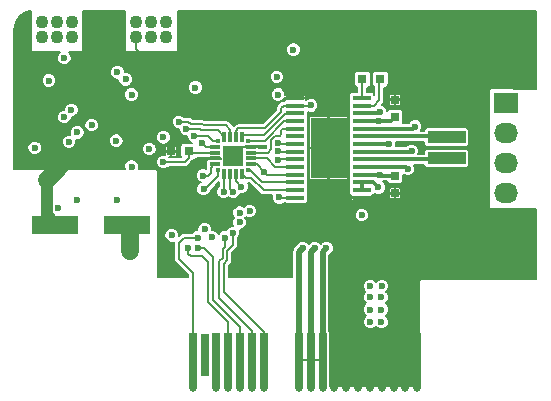
<source format=gbr>
G04 #@! TF.FileFunction,Copper,L4,Bot,Plane*
%FSLAX46Y46*%
G04 Gerber Fmt 4.6, Leading zero omitted, Abs format (unit mm)*
G04 Created by KiCad (PCBNEW 4.0.3+e1-6302~38~ubuntu14.04.1-stable) date Wed Sep  7 14:23:00 2016*
%MOMM*%
%LPD*%
G01*
G04 APERTURE LIST*
%ADD10C,0.100000*%
%ADD11R,1.550000X0.350000*%
%ADD12R,3.100000X5.180000*%
%ADD13C,0.600000*%
%ADD14R,0.750000X0.800000*%
%ADD15C,0.650240*%
%ADD16R,0.650240X4.599940*%
%ADD17R,0.650240X3.599180*%
%ADD18R,0.800000X0.750000*%
%ADD19R,3.200000X1.000000*%
%ADD20R,2.032000X1.727200*%
%ADD21O,2.032000X1.727200*%
%ADD22R,0.350000X0.350000*%
%ADD23R,0.900000X0.300000*%
%ADD24R,0.300000X0.900000*%
%ADD25R,1.800000X1.800000*%
%ADD26R,4.000500X1.600200*%
%ADD27C,1.100000*%
%ADD28C,0.200000*%
%ADD29C,1.000000*%
%ADD30C,1.500000*%
%ADD31C,0.150000*%
%ADD32C,0.500000*%
%ADD33C,0.300000*%
G04 APERTURE END LIST*
D10*
D11*
X154800000Y-77775000D03*
X154800000Y-78425000D03*
X154800000Y-79075000D03*
X154800000Y-79725000D03*
X154800000Y-80375000D03*
X154800000Y-81025000D03*
X154800000Y-81675000D03*
X154800000Y-82325000D03*
X154800000Y-82975000D03*
X154800000Y-83625000D03*
X154800000Y-84275000D03*
X154800000Y-84925000D03*
X154800000Y-85575000D03*
X154800000Y-86225000D03*
X149200000Y-86225000D03*
X149200000Y-85575000D03*
X149200000Y-84925000D03*
X149200000Y-84275000D03*
X149200000Y-83625000D03*
X149200000Y-82975000D03*
X149200000Y-82325000D03*
X149200000Y-81675000D03*
X149200000Y-81025000D03*
X149200000Y-80375000D03*
X149200000Y-79725000D03*
X149200000Y-79075000D03*
X149200000Y-78425000D03*
X149200000Y-77775000D03*
D12*
X152000000Y-82000000D03*
D13*
X152000000Y-83000000D03*
X152000000Y-81000000D03*
X153000000Y-84000000D03*
X151000000Y-84000000D03*
X153000000Y-82000000D03*
X151000000Y-82000000D03*
X153000000Y-80000000D03*
X151000000Y-80000000D03*
D14*
X157625000Y-84350000D03*
X157625000Y-85850000D03*
D15*
X140500400Y-102301240D03*
D16*
X159499600Y-100000000D03*
X158498840Y-100000000D03*
X157500620Y-100000000D03*
X156499860Y-100000000D03*
X155499100Y-100000000D03*
X154500880Y-100000000D03*
X153500120Y-100000000D03*
X152499360Y-100000000D03*
X151501140Y-100000000D03*
X150500380Y-100000000D03*
X149499620Y-100000000D03*
X144500900Y-100000000D03*
X143500140Y-100000000D03*
X142499380Y-100000000D03*
D17*
X141501160Y-99499620D03*
D16*
X140500400Y-100000000D03*
X146499880Y-100000000D03*
X145499120Y-100000000D03*
D15*
X157500620Y-102301240D03*
X156499860Y-102301240D03*
X155499100Y-102301240D03*
X154500880Y-102301240D03*
X153500120Y-102301240D03*
X152499360Y-102301240D03*
X151501140Y-102301240D03*
X150500380Y-102301240D03*
X149499620Y-102301240D03*
X159499600Y-102301240D03*
X146499880Y-102301240D03*
X145499120Y-102301240D03*
X144500900Y-102301240D03*
X143500140Y-102301240D03*
X142499380Y-102301240D03*
X158498840Y-102301240D03*
D18*
X140175000Y-82300000D03*
X138675000Y-82300000D03*
D14*
X157625000Y-79425000D03*
X157625000Y-77925000D03*
D18*
X156375000Y-76200000D03*
X154875000Y-76200000D03*
D19*
X162000000Y-82900000D03*
X162000000Y-89100000D03*
X162000000Y-81100000D03*
X162000000Y-74900000D03*
D20*
X167000000Y-78190000D03*
D21*
X167000000Y-80730000D03*
X167000000Y-83270000D03*
X167000000Y-85810000D03*
D22*
X142675000Y-83900000D03*
D23*
X142375000Y-83400000D03*
X142375000Y-82900000D03*
X142375000Y-82400000D03*
X142375000Y-81900000D03*
D22*
X142675000Y-81400000D03*
D24*
X143175000Y-81100000D03*
X143675000Y-81100000D03*
X144175000Y-81100000D03*
X144675000Y-81100000D03*
D22*
X145175000Y-81400000D03*
D23*
X145475000Y-81900000D03*
X145475000Y-82400000D03*
X145475000Y-82900000D03*
X145475000Y-83400000D03*
D22*
X145175000Y-83900000D03*
D24*
X144675000Y-84200000D03*
X144175000Y-84200000D03*
X143675000Y-84200000D03*
X143175000Y-84200000D03*
D25*
X143925000Y-82650000D03*
D13*
X143425000Y-83150000D03*
X144425000Y-82150000D03*
D26*
X134975540Y-88500000D03*
X128874460Y-88500000D03*
D27*
X138270000Y-72635000D03*
X138270000Y-71365000D03*
X137000000Y-72635000D03*
X137000000Y-71365000D03*
X135730000Y-72635000D03*
X135730000Y-71365000D03*
X130270000Y-72635000D03*
X130270000Y-71365000D03*
X129000000Y-72635000D03*
X129000000Y-71365000D03*
X127730000Y-72635000D03*
X127730000Y-71365000D03*
D13*
X149425000Y-71200000D03*
X148425000Y-71200000D03*
X147425000Y-71200000D03*
X146425000Y-71200000D03*
X145425000Y-71200000D03*
X144425000Y-71200000D03*
X143425000Y-71200000D03*
X142425000Y-71200000D03*
X141425000Y-71200000D03*
X140425000Y-71200000D03*
X129525000Y-82700000D03*
X135325000Y-77500000D03*
X140725000Y-76900000D03*
X138025000Y-83200000D03*
X149025000Y-73700000D03*
X151825000Y-90500000D03*
X150825000Y-90500000D03*
X149825000Y-90500000D03*
X140925000Y-90450000D03*
X139925000Y-80400000D03*
X140075000Y-90450000D03*
X139325000Y-79800000D03*
X143925000Y-89200000D03*
X143925000Y-85700000D03*
X143225000Y-89600000D03*
X143125000Y-85700000D03*
X156475000Y-95700000D03*
X156475000Y-94650000D03*
X156525000Y-93700000D03*
X155525000Y-93700000D03*
X155525000Y-94650000D03*
X155525000Y-95700000D03*
X155525000Y-96750000D03*
X156475000Y-96750000D03*
X135225000Y-90700000D03*
X156350000Y-84275000D03*
X156300000Y-79725000D03*
X141375000Y-84350000D03*
X142125000Y-89550000D03*
X141525000Y-88900000D03*
X141425000Y-85500000D03*
X138725000Y-89400000D03*
X141325000Y-81600000D03*
X156225000Y-85350000D03*
X156325000Y-78950000D03*
X147825000Y-86200000D03*
X159325000Y-80200000D03*
X157125000Y-81700000D03*
X159025000Y-82300000D03*
X158725000Y-83800000D03*
X144625000Y-85300000D03*
X154825000Y-87700000D03*
X150525000Y-78400000D03*
X147625000Y-76000000D03*
X146575000Y-84025000D03*
X129625000Y-74400000D03*
X129625000Y-79400000D03*
X138025000Y-81100000D03*
X130025000Y-81500000D03*
X136825000Y-82100000D03*
X134825000Y-76200000D03*
X128325000Y-76300000D03*
X147725000Y-83050000D03*
X135325000Y-83600000D03*
X147725000Y-82300000D03*
X127125000Y-82000000D03*
X147725000Y-77500000D03*
X147725000Y-81550000D03*
X131950000Y-80075000D03*
X140925000Y-89600000D03*
X140625000Y-81000000D03*
X144475000Y-88300000D03*
X129125000Y-87100000D03*
X130225000Y-78800000D03*
X134125000Y-86400000D03*
X145325000Y-87350000D03*
X134125000Y-75600000D03*
X134025000Y-81400000D03*
X144475000Y-87500000D03*
X130700000Y-86375000D03*
X130725000Y-80700000D03*
D28*
X135730000Y-72635000D02*
X135730000Y-73605000D01*
X147425000Y-71200000D02*
X148425000Y-71200000D01*
X145425000Y-71200000D02*
X146425000Y-71200000D01*
X143425000Y-71200000D02*
X144425000Y-71200000D01*
X141425000Y-71200000D02*
X142425000Y-71200000D01*
X140425000Y-73900000D02*
X140425000Y-71200000D01*
X139825000Y-74500000D02*
X140425000Y-73900000D01*
X136625000Y-74500000D02*
X139825000Y-74500000D01*
X135730000Y-73605000D02*
X136625000Y-74500000D01*
D29*
X128874460Y-88500000D02*
X128874460Y-88449460D01*
X128874460Y-88449460D02*
X128125000Y-87700000D01*
X128125000Y-87700000D02*
X128125000Y-84700000D01*
D30*
X128125000Y-84700000D02*
X129525000Y-83300000D01*
X129525000Y-83300000D02*
X129525000Y-82700000D01*
D28*
X145475000Y-81900000D02*
X144675000Y-81900000D01*
X144675000Y-81900000D02*
X143925000Y-82650000D01*
D31*
X159499600Y-102301240D02*
X159499600Y-100000000D01*
X158498840Y-102301240D02*
X158498840Y-100000000D01*
X157500620Y-102301240D02*
X157500620Y-100000000D01*
X156499860Y-102301240D02*
X156499860Y-100000000D01*
X155499100Y-102301240D02*
X155499100Y-100000000D01*
X154500880Y-102301240D02*
X154500880Y-100000000D01*
X153500120Y-102301240D02*
X153500120Y-100000000D01*
X152499360Y-102301240D02*
X152499360Y-100000000D01*
D28*
X140175000Y-82300000D02*
X140175000Y-82850000D01*
X139825000Y-83200000D02*
X138025000Y-83200000D01*
X140175000Y-82850000D02*
X139825000Y-83200000D01*
D32*
X151501140Y-100000000D02*
X151501140Y-90823860D01*
X151501140Y-90823860D02*
X151825000Y-90500000D01*
X150500380Y-100000000D02*
X150500380Y-90824620D01*
X150500380Y-90824620D02*
X150825000Y-90500000D01*
X149499620Y-100000000D02*
X149499620Y-90825380D01*
X149499620Y-90825380D02*
X149825000Y-90500000D01*
D28*
X142375000Y-82400000D02*
X140275000Y-82400000D01*
X140275000Y-82400000D02*
X140175000Y-82300000D01*
X149499620Y-100000000D02*
X150500380Y-100000000D01*
X150500380Y-100000000D02*
X151501140Y-100000000D01*
D31*
X151501140Y-102301240D02*
X151501140Y-100000000D01*
X150500380Y-102301240D02*
X150500380Y-100000000D01*
X149499620Y-102301240D02*
X149499620Y-100000000D01*
D28*
X144500900Y-100000000D02*
X144500900Y-97175900D01*
X141425000Y-90450000D02*
X140925000Y-90450000D01*
X142225000Y-91250000D02*
X141425000Y-90450000D01*
X142225000Y-94900000D02*
X142225000Y-91250000D01*
X144500900Y-97175900D02*
X142225000Y-94900000D01*
D31*
X144500900Y-102301240D02*
X144500900Y-100000000D01*
D28*
X143175000Y-81050000D02*
X142625000Y-80500000D01*
X141125000Y-80400000D02*
X139925000Y-80400000D01*
X141225000Y-80500000D02*
X141125000Y-80400000D01*
X142625000Y-80500000D02*
X141225000Y-80500000D01*
X143175000Y-81100000D02*
X143175000Y-81050000D01*
X143500140Y-100000000D02*
X143500140Y-96775140D01*
X140075000Y-90950000D02*
X140075000Y-90450000D01*
X140325000Y-91200000D02*
X140075000Y-90950000D01*
X141275000Y-91200000D02*
X140325000Y-91200000D01*
X141775000Y-91700000D02*
X141275000Y-91200000D01*
X141775000Y-95050000D02*
X141775000Y-91700000D01*
X143500140Y-96775140D02*
X141775000Y-95050000D01*
D31*
X143500140Y-102301240D02*
X143500140Y-100000000D01*
D28*
X143675000Y-80450000D02*
X143325000Y-80100000D01*
X143675000Y-80450000D02*
X143675000Y-81100000D01*
X140125000Y-79800000D02*
X139325000Y-79800000D01*
X140325000Y-80000000D02*
X140125000Y-79800000D01*
X141325000Y-80000000D02*
X140325000Y-80000000D01*
X141425000Y-80100000D02*
X141325000Y-80000000D01*
X143325000Y-80100000D02*
X141425000Y-80100000D01*
X146499880Y-97574880D02*
X143125000Y-94200000D01*
X143125000Y-94200000D02*
X143125000Y-91800000D01*
X143125000Y-91800000D02*
X143425000Y-91500000D01*
X143425000Y-91500000D02*
X143425000Y-90700000D01*
X143425000Y-90700000D02*
X143925000Y-90200000D01*
X143925000Y-90200000D02*
X143925000Y-89200000D01*
X146499880Y-97574880D02*
X146499880Y-100000000D01*
X143675000Y-85450000D02*
X143925000Y-85700000D01*
X143675000Y-85450000D02*
X143675000Y-84200000D01*
D31*
X146499880Y-102301240D02*
X146499880Y-100000000D01*
D28*
X145499120Y-97474120D02*
X142725000Y-94700000D01*
X142725000Y-94700000D02*
X142725000Y-91600000D01*
X142725000Y-91600000D02*
X143025000Y-91300000D01*
X143025000Y-91300000D02*
X143025000Y-90600000D01*
X143025000Y-90600000D02*
X143225000Y-90400000D01*
X143225000Y-90400000D02*
X143225000Y-89600000D01*
X145499120Y-100000000D02*
X145499120Y-97474120D01*
X143175000Y-85650000D02*
X143125000Y-85700000D01*
X143175000Y-85650000D02*
X143175000Y-84200000D01*
D31*
X145499120Y-102301240D02*
X145499120Y-100000000D01*
D30*
X135225000Y-90700000D02*
X135225000Y-88749460D01*
D33*
X156300000Y-79725000D02*
X157325000Y-79725000D01*
X157325000Y-79725000D02*
X157625000Y-79425000D01*
D30*
X135225000Y-88749460D02*
X134975540Y-88500000D01*
D33*
X157625000Y-84350000D02*
X156425000Y-84350000D01*
X156425000Y-84350000D02*
X156350000Y-84275000D01*
X156350000Y-84275000D02*
X154800000Y-84275000D01*
X154800000Y-79725000D02*
X156300000Y-79725000D01*
X154900000Y-79725000D02*
X154925000Y-79750000D01*
D28*
X142375000Y-83400000D02*
X142325000Y-83400000D01*
X142325000Y-83400000D02*
X142025000Y-83700000D01*
X141775000Y-84350000D02*
X141375000Y-84350000D01*
X142025000Y-84100000D02*
X141775000Y-84350000D01*
X142025000Y-83700000D02*
X142025000Y-84100000D01*
X142375000Y-83400000D02*
X142375000Y-83450000D01*
X141425000Y-85500000D02*
X141575000Y-85500000D01*
X142675000Y-84400000D02*
X142675000Y-83900000D01*
X141575000Y-85500000D02*
X142675000Y-84400000D01*
X141625000Y-81900000D02*
X141325000Y-81600000D01*
X142375000Y-81900000D02*
X141625000Y-81900000D01*
D33*
X155800000Y-84925000D02*
X156225000Y-85350000D01*
X155800000Y-84925000D02*
X154800000Y-84925000D01*
X154800000Y-84925000D02*
X154800000Y-85575000D01*
D28*
X154800000Y-78425000D02*
X155850000Y-78425000D01*
X156300000Y-77975000D02*
X156300000Y-76275000D01*
X155850000Y-78425000D02*
X156300000Y-77975000D01*
X156300000Y-76275000D02*
X156375000Y-76200000D01*
X154800000Y-77775000D02*
X154800000Y-76275000D01*
X154800000Y-76275000D02*
X154875000Y-76200000D01*
D33*
X156200000Y-79075000D02*
X156325000Y-78950000D01*
X154800000Y-79075000D02*
X156200000Y-79075000D01*
D28*
X149200000Y-86225000D02*
X147850000Y-86225000D01*
X147850000Y-86225000D02*
X147825000Y-86200000D01*
D33*
X159150000Y-80375000D02*
X159325000Y-80200000D01*
X154800000Y-80375000D02*
X159150000Y-80375000D01*
X157100000Y-81675000D02*
X157125000Y-81700000D01*
X154800000Y-81675000D02*
X157100000Y-81675000D01*
X159000000Y-82325000D02*
X159025000Y-82300000D01*
X154800000Y-82325000D02*
X159000000Y-82325000D01*
X158550000Y-83625000D02*
X158725000Y-83800000D01*
X154800000Y-83625000D02*
X158550000Y-83625000D01*
D28*
X144175000Y-84850000D02*
X144625000Y-85300000D01*
X144175000Y-84200000D02*
X144175000Y-84850000D01*
D33*
X154800000Y-82975000D02*
X161925000Y-82975000D01*
X161925000Y-82975000D02*
X162000000Y-82900000D01*
D28*
X150500000Y-78425000D02*
X150525000Y-78400000D01*
X149200000Y-78425000D02*
X150500000Y-78425000D01*
X144175000Y-81100000D02*
X144175000Y-80550000D01*
X148200000Y-78425000D02*
X149200000Y-78425000D01*
X148000000Y-78625000D02*
X148200000Y-78425000D01*
X148000000Y-78980022D02*
X148000000Y-78625000D01*
X146630022Y-80350000D02*
X148000000Y-78980022D01*
X144375000Y-80350000D02*
X146630022Y-80350000D01*
X144175000Y-80550000D02*
X144375000Y-80350000D01*
D33*
X154800000Y-81025000D02*
X161925000Y-81025000D01*
X161925000Y-81025000D02*
X162000000Y-81100000D01*
D28*
X149200000Y-84275000D02*
X146825000Y-84275000D01*
X145950000Y-83400000D02*
X146575000Y-84025000D01*
X145950000Y-83400000D02*
X145475000Y-83400000D01*
X146825000Y-84275000D02*
X146575000Y-84025000D01*
X149200000Y-85575000D02*
X146500000Y-85575000D01*
X145000000Y-84525000D02*
X144675000Y-84200000D01*
X145450000Y-84525000D02*
X145000000Y-84525000D01*
X146500000Y-85575000D02*
X145450000Y-84525000D01*
X145475000Y-82900000D02*
X146750000Y-82900000D01*
X147475000Y-83625000D02*
X149200000Y-83625000D01*
X146750000Y-82900000D02*
X147475000Y-83625000D01*
X145475000Y-82400000D02*
X146875000Y-82400000D01*
X148150000Y-80375000D02*
X149200000Y-80375000D01*
X148000000Y-80525000D02*
X148150000Y-80375000D01*
X148000000Y-80825000D02*
X148000000Y-80525000D01*
X147850000Y-80975000D02*
X148000000Y-80825000D01*
X147500000Y-80975000D02*
X147850000Y-80975000D01*
X147150000Y-81325000D02*
X147500000Y-80975000D01*
X147150000Y-82125000D02*
X147150000Y-81325000D01*
X146875000Y-82400000D02*
X147150000Y-82125000D01*
X145175000Y-81400000D02*
X146580022Y-81400000D01*
X148255022Y-79725000D02*
X149200000Y-79725000D01*
X146580022Y-81400000D02*
X148255022Y-79725000D01*
X145175000Y-83900000D02*
X145350000Y-83900000D01*
X145350000Y-83900000D02*
X146375000Y-84925000D01*
X146375000Y-84925000D02*
X149200000Y-84925000D01*
X149200000Y-79075000D02*
X148400000Y-79075000D01*
X146525000Y-80950000D02*
X144825000Y-80950000D01*
X148400000Y-79075000D02*
X146525000Y-80950000D01*
X144825000Y-80950000D02*
X144675000Y-81100000D01*
X147800000Y-82975000D02*
X147725000Y-83050000D01*
X149200000Y-82975000D02*
X147800000Y-82975000D01*
X149200000Y-82325000D02*
X147750000Y-82325000D01*
X147750000Y-82325000D02*
X147725000Y-82300000D01*
X149200000Y-81675000D02*
X147850000Y-81675000D01*
X147850000Y-81675000D02*
X147725000Y-81550000D01*
X140500400Y-100000000D02*
X140500400Y-92575400D01*
X139775000Y-89600000D02*
X140925000Y-89600000D01*
X139325000Y-90050000D02*
X139775000Y-89600000D01*
X139325000Y-91400000D02*
X139325000Y-90050000D01*
X140500400Y-92575400D02*
X139325000Y-91400000D01*
X142225000Y-81400000D02*
X141825000Y-81000000D01*
X141825000Y-81000000D02*
X140625000Y-81000000D01*
X142675000Y-81400000D02*
X142225000Y-81400000D01*
D31*
X140500400Y-102301240D02*
X140500400Y-100000000D01*
X142499380Y-102301240D02*
X142499380Y-100000000D01*
D28*
G36*
X134775000Y-73800000D02*
X134781839Y-73836346D01*
X134803319Y-73869727D01*
X134836094Y-73892121D01*
X134875000Y-73900000D01*
X139125000Y-73900000D01*
X139161346Y-73893161D01*
X139194727Y-73871681D01*
X139217121Y-73838906D01*
X139220385Y-73822785D01*
X148404892Y-73822785D01*
X148499083Y-74050743D01*
X148673339Y-74225304D01*
X148901133Y-74319893D01*
X149147785Y-74320108D01*
X149375743Y-74225917D01*
X149550304Y-74051661D01*
X149644893Y-73823867D01*
X149645108Y-73577215D01*
X149550917Y-73349257D01*
X149376661Y-73174696D01*
X149148867Y-73080107D01*
X148902215Y-73079892D01*
X148674257Y-73174083D01*
X148499696Y-73348339D01*
X148405107Y-73576133D01*
X148404892Y-73822785D01*
X139220385Y-73822785D01*
X139225000Y-73800000D01*
X139225000Y-70395000D01*
X169561098Y-70395000D01*
X169597716Y-70402284D01*
X169605000Y-70438903D01*
X169605000Y-76979843D01*
X165725769Y-76950003D01*
X165686804Y-76957582D01*
X165653858Y-76979724D01*
X165632121Y-77012939D01*
X165625000Y-77050000D01*
X165625000Y-87100000D01*
X165632879Y-87138906D01*
X165655273Y-87171681D01*
X165688654Y-87193161D01*
X165725000Y-87200000D01*
X169605000Y-87200000D01*
X169605000Y-93061097D01*
X169597716Y-93097716D01*
X169586234Y-93100000D01*
X159800000Y-93100000D01*
X159761094Y-93107879D01*
X159728319Y-93130273D01*
X159706839Y-93163654D01*
X159700000Y-93200000D01*
X159700000Y-102200000D01*
X152152529Y-102200000D01*
X152152529Y-97700030D01*
X152130216Y-97581445D01*
X152071140Y-97489639D01*
X152071140Y-93822785D01*
X154904892Y-93822785D01*
X154999083Y-94050743D01*
X155123187Y-94175064D01*
X154999696Y-94298339D01*
X154905107Y-94526133D01*
X154904892Y-94772785D01*
X154999083Y-95000743D01*
X155173187Y-95175151D01*
X154999696Y-95348339D01*
X154905107Y-95576133D01*
X154904892Y-95822785D01*
X154999083Y-96050743D01*
X155173187Y-96225151D01*
X154999696Y-96398339D01*
X154905107Y-96626133D01*
X154904892Y-96872785D01*
X154999083Y-97100743D01*
X155173339Y-97275304D01*
X155401133Y-97369893D01*
X155647785Y-97370108D01*
X155875743Y-97275917D01*
X156000064Y-97151813D01*
X156123339Y-97275304D01*
X156351133Y-97369893D01*
X156597785Y-97370108D01*
X156825743Y-97275917D01*
X157000304Y-97101661D01*
X157094893Y-96873867D01*
X157095108Y-96627215D01*
X157000917Y-96399257D01*
X156826813Y-96224849D01*
X157000304Y-96051661D01*
X157094893Y-95823867D01*
X157095108Y-95577215D01*
X157000917Y-95349257D01*
X156826813Y-95174849D01*
X157000304Y-95001661D01*
X157094893Y-94773867D01*
X157095108Y-94527215D01*
X157000917Y-94299257D01*
X156901770Y-94199936D01*
X157050304Y-94051661D01*
X157144893Y-93823867D01*
X157145108Y-93577215D01*
X157050917Y-93349257D01*
X156876661Y-93174696D01*
X156648867Y-93080107D01*
X156402215Y-93079892D01*
X156174257Y-93174083D01*
X156024892Y-93323187D01*
X155876661Y-93174696D01*
X155648867Y-93080107D01*
X155402215Y-93079892D01*
X155174257Y-93174083D01*
X154999696Y-93348339D01*
X154905107Y-93576133D01*
X154904892Y-93822785D01*
X152071140Y-93822785D01*
X152071140Y-91069138D01*
X152175743Y-91025917D01*
X152350304Y-90851661D01*
X152444893Y-90623867D01*
X152445108Y-90377215D01*
X152350917Y-90149257D01*
X152176661Y-89974696D01*
X151948867Y-89880107D01*
X151702215Y-89879892D01*
X151474257Y-89974083D01*
X151324892Y-90123187D01*
X151176661Y-89974696D01*
X150948867Y-89880107D01*
X150702215Y-89879892D01*
X150474257Y-89974083D01*
X150324892Y-90123187D01*
X150176661Y-89974696D01*
X149948867Y-89880107D01*
X149702215Y-89879892D01*
X149474257Y-89974083D01*
X149299696Y-90148339D01*
X149249376Y-90269522D01*
X149096569Y-90422329D01*
X148973009Y-90607250D01*
X148929620Y-90825380D01*
X148929620Y-92900000D01*
X143545000Y-92900000D01*
X143545000Y-91973970D01*
X143721985Y-91796985D01*
X143813029Y-91660727D01*
X143845000Y-91500000D01*
X143845000Y-90873970D01*
X144221985Y-90496985D01*
X144313029Y-90360727D01*
X144345000Y-90200000D01*
X144345000Y-89656781D01*
X144450304Y-89551661D01*
X144544893Y-89323867D01*
X144545044Y-89150000D01*
X160300000Y-89150000D01*
X160300000Y-89619891D01*
X160315224Y-89656645D01*
X160343354Y-89684776D01*
X160380109Y-89700000D01*
X161950000Y-89700000D01*
X161975000Y-89675000D01*
X161975000Y-89125000D01*
X162025000Y-89125000D01*
X162025000Y-89675000D01*
X162050000Y-89700000D01*
X163619891Y-89700000D01*
X163656646Y-89684776D01*
X163684776Y-89656645D01*
X163700000Y-89619891D01*
X163700000Y-89150000D01*
X163675000Y-89125000D01*
X162025000Y-89125000D01*
X161975000Y-89125000D01*
X160325000Y-89125000D01*
X160300000Y-89150000D01*
X144545044Y-89150000D01*
X144545108Y-89077215D01*
X144480150Y-88920005D01*
X144597785Y-88920108D01*
X144825743Y-88825917D01*
X145000304Y-88651661D01*
X145030015Y-88580109D01*
X160300000Y-88580109D01*
X160300000Y-89050000D01*
X160325000Y-89075000D01*
X161975000Y-89075000D01*
X161975000Y-88525000D01*
X162025000Y-88525000D01*
X162025000Y-89075000D01*
X163675000Y-89075000D01*
X163700000Y-89050000D01*
X163700000Y-88580109D01*
X163684776Y-88543355D01*
X163656646Y-88515224D01*
X163619891Y-88500000D01*
X162050000Y-88500000D01*
X162025000Y-88525000D01*
X161975000Y-88525000D01*
X161950000Y-88500000D01*
X160380109Y-88500000D01*
X160343354Y-88515224D01*
X160315224Y-88543355D01*
X160300000Y-88580109D01*
X145030015Y-88580109D01*
X145094893Y-88423867D01*
X145095108Y-88177215D01*
X145000917Y-87949257D01*
X144951813Y-87900067D01*
X144975656Y-87876266D01*
X145201133Y-87969893D01*
X145447785Y-87970108D01*
X145675743Y-87875917D01*
X145728967Y-87822785D01*
X154204892Y-87822785D01*
X154299083Y-88050743D01*
X154473339Y-88225304D01*
X154701133Y-88319893D01*
X154947785Y-88320108D01*
X155175743Y-88225917D01*
X155350304Y-88051661D01*
X155444893Y-87823867D01*
X155445108Y-87577215D01*
X155350917Y-87349257D01*
X155176661Y-87174696D01*
X154948867Y-87080107D01*
X154702215Y-87079892D01*
X154474257Y-87174083D01*
X154299696Y-87348339D01*
X154205107Y-87576133D01*
X154204892Y-87822785D01*
X145728967Y-87822785D01*
X145850304Y-87701661D01*
X145944893Y-87473867D01*
X145945108Y-87227215D01*
X145850917Y-86999257D01*
X145676661Y-86824696D01*
X145448867Y-86730107D01*
X145202215Y-86729892D01*
X144974257Y-86824083D01*
X144824344Y-86973734D01*
X144598867Y-86880107D01*
X144352215Y-86879892D01*
X144124257Y-86974083D01*
X143949696Y-87148339D01*
X143855107Y-87376133D01*
X143854892Y-87622785D01*
X143949083Y-87850743D01*
X143998187Y-87899933D01*
X143949696Y-87948339D01*
X143855107Y-88176133D01*
X143854892Y-88422785D01*
X143919850Y-88579995D01*
X143802215Y-88579892D01*
X143574257Y-88674083D01*
X143399696Y-88848339D01*
X143344982Y-88980104D01*
X143102215Y-88979892D01*
X142874257Y-89074083D01*
X142699696Y-89248339D01*
X142685412Y-89282740D01*
X142650917Y-89199257D01*
X142476661Y-89024696D01*
X142248867Y-88930107D01*
X142144975Y-88930016D01*
X142145108Y-88777215D01*
X142050917Y-88549257D01*
X141876661Y-88374696D01*
X141648867Y-88280107D01*
X141402215Y-88279892D01*
X141174257Y-88374083D01*
X140999696Y-88548339D01*
X140905107Y-88776133D01*
X140904929Y-88979982D01*
X140802215Y-88979892D01*
X140574257Y-89074083D01*
X140468155Y-89180000D01*
X139775000Y-89180000D01*
X139614273Y-89211971D01*
X139478015Y-89303015D01*
X139344970Y-89436060D01*
X139345108Y-89277215D01*
X139250917Y-89049257D01*
X139076661Y-88874696D01*
X138848867Y-88780107D01*
X138602215Y-88779892D01*
X138374257Y-88874083D01*
X138199696Y-89048339D01*
X138105107Y-89276133D01*
X138104892Y-89522785D01*
X138199083Y-89750743D01*
X138373339Y-89925304D01*
X138601133Y-90019893D01*
X138847785Y-90020108D01*
X138916602Y-89991673D01*
X138905000Y-90050000D01*
X138905000Y-91400000D01*
X138936971Y-91560727D01*
X139028015Y-91696985D01*
X140080400Y-92749370D01*
X140080400Y-92900000D01*
X137525000Y-92900000D01*
X137525000Y-83900000D01*
X137517121Y-83861094D01*
X137494727Y-83828319D01*
X137461346Y-83806839D01*
X137425000Y-83800000D01*
X135913280Y-83800000D01*
X135944893Y-83723867D01*
X135945108Y-83477215D01*
X135881299Y-83322785D01*
X137404892Y-83322785D01*
X137499083Y-83550743D01*
X137673339Y-83725304D01*
X137901133Y-83819893D01*
X138147785Y-83820108D01*
X138375743Y-83725917D01*
X138481845Y-83620000D01*
X139825000Y-83620000D01*
X139985727Y-83588029D01*
X140121985Y-83496985D01*
X140471985Y-83146985D01*
X140563029Y-83010727D01*
X140564910Y-83001269D01*
X140575000Y-83001269D01*
X140693585Y-82978956D01*
X140802498Y-82908872D01*
X140863222Y-82820000D01*
X141753331Y-82820000D01*
X141798063Y-82850564D01*
X141832547Y-82857547D01*
X141850000Y-82875000D01*
X141918733Y-82875000D01*
X141925000Y-82876269D01*
X142825000Y-82876269D01*
X142831744Y-82875000D01*
X142900000Y-82875000D01*
X142915820Y-82859180D01*
X142925000Y-82857453D01*
X142925000Y-82943981D01*
X142917453Y-82942453D01*
X142900000Y-82925000D01*
X142831267Y-82925000D01*
X142825000Y-82923731D01*
X141925000Y-82923731D01*
X141918256Y-82925000D01*
X141850000Y-82925000D01*
X141834180Y-82940820D01*
X141806415Y-82946044D01*
X141697502Y-83016128D01*
X141624436Y-83123063D01*
X141598731Y-83250000D01*
X141598731Y-83550000D01*
X141616283Y-83643280D01*
X141605000Y-83700000D01*
X141605000Y-83774178D01*
X141498867Y-83730107D01*
X141252215Y-83729892D01*
X141024257Y-83824083D01*
X140849696Y-83998339D01*
X140755107Y-84226133D01*
X140754892Y-84472785D01*
X140849083Y-84700743D01*
X141023339Y-84875304D01*
X141167971Y-84935361D01*
X141074257Y-84974083D01*
X140899696Y-85148339D01*
X140805107Y-85376133D01*
X140804892Y-85622785D01*
X140899083Y-85850743D01*
X141073339Y-86025304D01*
X141301133Y-86119893D01*
X141547785Y-86120108D01*
X141775743Y-86025917D01*
X141950304Y-85851661D01*
X142044744Y-85624226D01*
X142755000Y-84913970D01*
X142755000Y-85193306D01*
X142599696Y-85348339D01*
X142505107Y-85576133D01*
X142504892Y-85822785D01*
X142599083Y-86050743D01*
X142773339Y-86225304D01*
X143001133Y-86319893D01*
X143247785Y-86320108D01*
X143475743Y-86225917D01*
X143524933Y-86176813D01*
X143573339Y-86225304D01*
X143801133Y-86319893D01*
X144047785Y-86320108D01*
X144275743Y-86225917D01*
X144450304Y-86051661D01*
X144505018Y-85919896D01*
X144747785Y-85920108D01*
X144975743Y-85825917D01*
X145150304Y-85651661D01*
X145244893Y-85423867D01*
X145245108Y-85177215D01*
X145150917Y-84949257D01*
X145146667Y-84945000D01*
X145276030Y-84945000D01*
X146203015Y-85871985D01*
X146339273Y-85963029D01*
X146500000Y-85995000D01*
X147238797Y-85995000D01*
X147205107Y-86076133D01*
X147204892Y-86322785D01*
X147299083Y-86550743D01*
X147473339Y-86725304D01*
X147701133Y-86819893D01*
X147947785Y-86820108D01*
X148175743Y-86725917D01*
X148240524Y-86661249D01*
X148298063Y-86700564D01*
X148425000Y-86726269D01*
X149975000Y-86726269D01*
X150093585Y-86703956D01*
X150202498Y-86633872D01*
X150275564Y-86526937D01*
X150301269Y-86400000D01*
X150301269Y-86275000D01*
X153925000Y-86275000D01*
X153925000Y-86419891D01*
X153940224Y-86456646D01*
X153968355Y-86484776D01*
X154005109Y-86500000D01*
X154750000Y-86500000D01*
X154775000Y-86475000D01*
X154775000Y-86250000D01*
X154825000Y-86250000D01*
X154825000Y-86475000D01*
X154850000Y-86500000D01*
X155594891Y-86500000D01*
X155631645Y-86484776D01*
X155659776Y-86456646D01*
X155675000Y-86419891D01*
X155675000Y-86275000D01*
X155650000Y-86250000D01*
X154825000Y-86250000D01*
X154775000Y-86250000D01*
X153950000Y-86250000D01*
X153925000Y-86275000D01*
X150301269Y-86275000D01*
X150301269Y-86050000D01*
X150278956Y-85931415D01*
X150259257Y-85900803D01*
X150275564Y-85876937D01*
X150301269Y-85750000D01*
X150301269Y-85400000D01*
X150278956Y-85281415D01*
X150259257Y-85250803D01*
X150275564Y-85226937D01*
X150301269Y-85100000D01*
X150301269Y-84750000D01*
X150278956Y-84631415D01*
X150259257Y-84600803D01*
X150275564Y-84576937D01*
X150301269Y-84450000D01*
X150301269Y-84100000D01*
X150278956Y-83981415D01*
X150259257Y-83950803D01*
X150275564Y-83926937D01*
X150301269Y-83800000D01*
X150301269Y-83450000D01*
X150278956Y-83331415D01*
X150259257Y-83300803D01*
X150275564Y-83276937D01*
X150301269Y-83150000D01*
X150301269Y-82800000D01*
X150278956Y-82681415D01*
X150259257Y-82650803D01*
X150275564Y-82626937D01*
X150301269Y-82500000D01*
X150301269Y-82150000D01*
X150278956Y-82031415D01*
X150259257Y-82000803D01*
X150275564Y-81976937D01*
X150301269Y-81850000D01*
X150301269Y-81500000D01*
X150278956Y-81381415D01*
X150259257Y-81350803D01*
X150275564Y-81326937D01*
X150301269Y-81200000D01*
X150301269Y-80850000D01*
X150278956Y-80731415D01*
X150259257Y-80700803D01*
X150275564Y-80676937D01*
X150301269Y-80550000D01*
X150301269Y-80200000D01*
X150278956Y-80081415D01*
X150259257Y-80050803D01*
X150275564Y-80026937D01*
X150301269Y-79900000D01*
X150301269Y-79550000D01*
X150278956Y-79431415D01*
X150259257Y-79400803D01*
X150266563Y-79390109D01*
X150350000Y-79390109D01*
X150350000Y-81950000D01*
X150375000Y-81975000D01*
X150599352Y-81975000D01*
X150600455Y-82025000D01*
X150375000Y-82025000D01*
X150350000Y-82050000D01*
X150350000Y-84609891D01*
X150365224Y-84646646D01*
X150393355Y-84674776D01*
X150430109Y-84690000D01*
X151950000Y-84690000D01*
X151975000Y-84665000D01*
X151975000Y-83400648D01*
X152025000Y-83399545D01*
X152025000Y-84665000D01*
X152050000Y-84690000D01*
X153569891Y-84690000D01*
X153606645Y-84674776D01*
X153634776Y-84646646D01*
X153650000Y-84609891D01*
X153650000Y-82050000D01*
X153625000Y-82025000D01*
X153400648Y-82025000D01*
X153399545Y-81975000D01*
X153625000Y-81975000D01*
X153650000Y-81950000D01*
X153650000Y-79390109D01*
X153634776Y-79353354D01*
X153606645Y-79325224D01*
X153569891Y-79310000D01*
X152050000Y-79310000D01*
X152025000Y-79335000D01*
X152025000Y-80599352D01*
X151975000Y-80600455D01*
X151975000Y-79335000D01*
X151950000Y-79310000D01*
X150430109Y-79310000D01*
X150393355Y-79325224D01*
X150365224Y-79353354D01*
X150350000Y-79390109D01*
X150266563Y-79390109D01*
X150275564Y-79376937D01*
X150301269Y-79250000D01*
X150301269Y-78978426D01*
X150401133Y-79019893D01*
X150647785Y-79020108D01*
X150875743Y-78925917D01*
X151050304Y-78751661D01*
X151144893Y-78523867D01*
X151145108Y-78277215D01*
X151050917Y-78049257D01*
X150876661Y-77874696D01*
X150648867Y-77780107D01*
X150402215Y-77779892D01*
X150174257Y-77874083D01*
X150099306Y-77948903D01*
X150075000Y-77943981D01*
X150075000Y-77825000D01*
X150050000Y-77800000D01*
X149225000Y-77800000D01*
X149225000Y-77820000D01*
X149175000Y-77820000D01*
X149175000Y-77800000D01*
X148350000Y-77800000D01*
X148325000Y-77825000D01*
X148325000Y-77942547D01*
X148306415Y-77946044D01*
X148214795Y-78005000D01*
X148200000Y-78005000D01*
X148058011Y-78033244D01*
X148075743Y-78025917D01*
X148250304Y-77851661D01*
X148325000Y-77671774D01*
X148325000Y-77725000D01*
X148350000Y-77750000D01*
X149175000Y-77750000D01*
X149175000Y-77525000D01*
X149225000Y-77525000D01*
X149225000Y-77750000D01*
X150050000Y-77750000D01*
X150075000Y-77725000D01*
X150075000Y-77600000D01*
X153698731Y-77600000D01*
X153698731Y-77950000D01*
X153721044Y-78068585D01*
X153740743Y-78099197D01*
X153724436Y-78123063D01*
X153698731Y-78250000D01*
X153698731Y-78600000D01*
X153721044Y-78718585D01*
X153740743Y-78749197D01*
X153724436Y-78773063D01*
X153698731Y-78900000D01*
X153698731Y-79250000D01*
X153721044Y-79368585D01*
X153740743Y-79399197D01*
X153724436Y-79423063D01*
X153698731Y-79550000D01*
X153698731Y-79900000D01*
X153721044Y-80018585D01*
X153740743Y-80049197D01*
X153724436Y-80073063D01*
X153698731Y-80200000D01*
X153698731Y-80550000D01*
X153721044Y-80668585D01*
X153740743Y-80699197D01*
X153724436Y-80723063D01*
X153698731Y-80850000D01*
X153698731Y-81200000D01*
X153721044Y-81318585D01*
X153740743Y-81349197D01*
X153724436Y-81373063D01*
X153698731Y-81500000D01*
X153698731Y-81850000D01*
X153721044Y-81968585D01*
X153740743Y-81999197D01*
X153724436Y-82023063D01*
X153698731Y-82150000D01*
X153698731Y-82500000D01*
X153721044Y-82618585D01*
X153740743Y-82649197D01*
X153724436Y-82673063D01*
X153698731Y-82800000D01*
X153698731Y-83150000D01*
X153721044Y-83268585D01*
X153740743Y-83299197D01*
X153724436Y-83323063D01*
X153698731Y-83450000D01*
X153698731Y-83800000D01*
X153721044Y-83918585D01*
X153740743Y-83949197D01*
X153724436Y-83973063D01*
X153698731Y-84100000D01*
X153698731Y-84450000D01*
X153721044Y-84568585D01*
X153740743Y-84599197D01*
X153724436Y-84623063D01*
X153698731Y-84750000D01*
X153698731Y-85100000D01*
X153721044Y-85218585D01*
X153740743Y-85249197D01*
X153724436Y-85273063D01*
X153698731Y-85400000D01*
X153698731Y-85750000D01*
X153721044Y-85868585D01*
X153791128Y-85977498D01*
X153898063Y-86050564D01*
X153925000Y-86056019D01*
X153925000Y-86175000D01*
X153950000Y-86200000D01*
X154775000Y-86200000D01*
X154775000Y-86180000D01*
X154825000Y-86180000D01*
X154825000Y-86200000D01*
X155650000Y-86200000D01*
X155675000Y-86175000D01*
X155675000Y-86057453D01*
X155693585Y-86053956D01*
X155802498Y-85983872D01*
X155875564Y-85876937D01*
X155875696Y-85876283D01*
X156101133Y-85969893D01*
X156347785Y-85970108D01*
X156517458Y-85900000D01*
X157150000Y-85900000D01*
X157150000Y-86269891D01*
X157165224Y-86306645D01*
X157193354Y-86334776D01*
X157230109Y-86350000D01*
X157575000Y-86350000D01*
X157600000Y-86325000D01*
X157600000Y-85875000D01*
X157650000Y-85875000D01*
X157650000Y-86325000D01*
X157675000Y-86350000D01*
X158019891Y-86350000D01*
X158056646Y-86334776D01*
X158084776Y-86306645D01*
X158100000Y-86269891D01*
X158100000Y-85900000D01*
X158075000Y-85875000D01*
X157650000Y-85875000D01*
X157600000Y-85875000D01*
X157175000Y-85875000D01*
X157150000Y-85900000D01*
X156517458Y-85900000D01*
X156575743Y-85875917D01*
X156750304Y-85701661D01*
X156844893Y-85473867D01*
X156844931Y-85430109D01*
X157150000Y-85430109D01*
X157150000Y-85800000D01*
X157175000Y-85825000D01*
X157600000Y-85825000D01*
X157600000Y-85375000D01*
X157650000Y-85375000D01*
X157650000Y-85825000D01*
X158075000Y-85825000D01*
X158100000Y-85800000D01*
X158100000Y-85430109D01*
X158084776Y-85393355D01*
X158056646Y-85365224D01*
X158019891Y-85350000D01*
X157675000Y-85350000D01*
X157650000Y-85375000D01*
X157600000Y-85375000D01*
X157575000Y-85350000D01*
X157230109Y-85350000D01*
X157193354Y-85365224D01*
X157165224Y-85393355D01*
X157150000Y-85430109D01*
X156844931Y-85430109D01*
X156845108Y-85227215D01*
X156750917Y-84999257D01*
X156596090Y-84844159D01*
X156654559Y-84820000D01*
X156936902Y-84820000D01*
X156946044Y-84868585D01*
X157016128Y-84977498D01*
X157123063Y-85050564D01*
X157250000Y-85076269D01*
X158000000Y-85076269D01*
X158118585Y-85053956D01*
X158227498Y-84983872D01*
X158300564Y-84876937D01*
X158326269Y-84750000D01*
X158326269Y-84278152D01*
X158373339Y-84325304D01*
X158601133Y-84419893D01*
X158847785Y-84420108D01*
X159075743Y-84325917D01*
X159250304Y-84151661D01*
X159344893Y-83923867D01*
X159345108Y-83677215D01*
X159250917Y-83449257D01*
X159246667Y-83445000D01*
X160082198Y-83445000D01*
X160096044Y-83518585D01*
X160166128Y-83627498D01*
X160273063Y-83700564D01*
X160400000Y-83726269D01*
X163600000Y-83726269D01*
X163718585Y-83703956D01*
X163827498Y-83633872D01*
X163900564Y-83526937D01*
X163926269Y-83400000D01*
X163926269Y-82400000D01*
X163903956Y-82281415D01*
X163833872Y-82172502D01*
X163726937Y-82099436D01*
X163600000Y-82073731D01*
X160400000Y-82073731D01*
X160281415Y-82096044D01*
X160172502Y-82166128D01*
X160099436Y-82273063D01*
X160073731Y-82400000D01*
X160073731Y-82505000D01*
X159611203Y-82505000D01*
X159644893Y-82423867D01*
X159645108Y-82177215D01*
X159550917Y-81949257D01*
X159376661Y-81774696D01*
X159148867Y-81680107D01*
X158902215Y-81679892D01*
X158674257Y-81774083D01*
X158593198Y-81855000D01*
X157731965Y-81855000D01*
X157744893Y-81823867D01*
X157745108Y-81577215D01*
X157711137Y-81495000D01*
X160073731Y-81495000D01*
X160073731Y-81600000D01*
X160096044Y-81718585D01*
X160166128Y-81827498D01*
X160273063Y-81900564D01*
X160400000Y-81926269D01*
X163600000Y-81926269D01*
X163718585Y-81903956D01*
X163827498Y-81833872D01*
X163900564Y-81726937D01*
X163926269Y-81600000D01*
X163926269Y-80600000D01*
X163903956Y-80481415D01*
X163833872Y-80372502D01*
X163726937Y-80299436D01*
X163600000Y-80273731D01*
X160400000Y-80273731D01*
X160281415Y-80296044D01*
X160172502Y-80366128D01*
X160099436Y-80473063D01*
X160082844Y-80555000D01*
X159846959Y-80555000D01*
X159850304Y-80551661D01*
X159944893Y-80323867D01*
X159945108Y-80077215D01*
X159850917Y-79849257D01*
X159676661Y-79674696D01*
X159448867Y-79580107D01*
X159202215Y-79579892D01*
X158974257Y-79674083D01*
X158799696Y-79848339D01*
X158776168Y-79905000D01*
X158310069Y-79905000D01*
X158326269Y-79825000D01*
X158326269Y-79025000D01*
X158303956Y-78906415D01*
X158233872Y-78797502D01*
X158126937Y-78724436D01*
X158000000Y-78698731D01*
X157250000Y-78698731D01*
X157131415Y-78721044D01*
X157022502Y-78791128D01*
X156949436Y-78898063D01*
X156945027Y-78919834D01*
X156945108Y-78827215D01*
X156850917Y-78599257D01*
X156676661Y-78424696D01*
X156512458Y-78356512D01*
X156596985Y-78271985D01*
X156688029Y-78135727D01*
X156720000Y-77975000D01*
X157150000Y-77975000D01*
X157150000Y-78344891D01*
X157165224Y-78381645D01*
X157193354Y-78409776D01*
X157230109Y-78425000D01*
X157575000Y-78425000D01*
X157600000Y-78400000D01*
X157600000Y-77950000D01*
X157650000Y-77950000D01*
X157650000Y-78400000D01*
X157675000Y-78425000D01*
X158019891Y-78425000D01*
X158056646Y-78409776D01*
X158084776Y-78381645D01*
X158100000Y-78344891D01*
X158100000Y-77975000D01*
X158075000Y-77950000D01*
X157650000Y-77950000D01*
X157600000Y-77950000D01*
X157175000Y-77950000D01*
X157150000Y-77975000D01*
X156720000Y-77975000D01*
X156720000Y-77505109D01*
X157150000Y-77505109D01*
X157150000Y-77875000D01*
X157175000Y-77900000D01*
X157600000Y-77900000D01*
X157600000Y-77450000D01*
X157650000Y-77450000D01*
X157650000Y-77900000D01*
X158075000Y-77900000D01*
X158100000Y-77875000D01*
X158100000Y-77505109D01*
X158084776Y-77468355D01*
X158056646Y-77440224D01*
X158019891Y-77425000D01*
X157675000Y-77425000D01*
X157650000Y-77450000D01*
X157600000Y-77450000D01*
X157575000Y-77425000D01*
X157230109Y-77425000D01*
X157193354Y-77440224D01*
X157165224Y-77468355D01*
X157150000Y-77505109D01*
X156720000Y-77505109D01*
X156720000Y-76901269D01*
X156775000Y-76901269D01*
X156893585Y-76878956D01*
X157002498Y-76808872D01*
X157075564Y-76701937D01*
X157101269Y-76575000D01*
X157101269Y-75825000D01*
X157078956Y-75706415D01*
X157008872Y-75597502D01*
X156901937Y-75524436D01*
X156775000Y-75498731D01*
X155975000Y-75498731D01*
X155856415Y-75521044D01*
X155747502Y-75591128D01*
X155674436Y-75698063D01*
X155648731Y-75825000D01*
X155648731Y-76575000D01*
X155671044Y-76693585D01*
X155741128Y-76802498D01*
X155848063Y-76875564D01*
X155880000Y-76882031D01*
X155880000Y-77486963D01*
X155878956Y-77481415D01*
X155808872Y-77372502D01*
X155701937Y-77299436D01*
X155575000Y-77273731D01*
X155220000Y-77273731D01*
X155220000Y-76901269D01*
X155275000Y-76901269D01*
X155393585Y-76878956D01*
X155502498Y-76808872D01*
X155575564Y-76701937D01*
X155601269Y-76575000D01*
X155601269Y-75825000D01*
X155578956Y-75706415D01*
X155508872Y-75597502D01*
X155401937Y-75524436D01*
X155275000Y-75498731D01*
X154475000Y-75498731D01*
X154356415Y-75521044D01*
X154247502Y-75591128D01*
X154174436Y-75698063D01*
X154148731Y-75825000D01*
X154148731Y-76575000D01*
X154171044Y-76693585D01*
X154241128Y-76802498D01*
X154348063Y-76875564D01*
X154380000Y-76882031D01*
X154380000Y-77273731D01*
X154025000Y-77273731D01*
X153906415Y-77296044D01*
X153797502Y-77366128D01*
X153724436Y-77473063D01*
X153698731Y-77600000D01*
X150075000Y-77600000D01*
X150075000Y-77580109D01*
X150059776Y-77543354D01*
X150031645Y-77515224D01*
X149994891Y-77500000D01*
X149250000Y-77500000D01*
X149225000Y-77525000D01*
X149175000Y-77525000D01*
X149150000Y-77500000D01*
X148405109Y-77500000D01*
X148368355Y-77515224D01*
X148344967Y-77538611D01*
X148345108Y-77377215D01*
X148250917Y-77149257D01*
X148076661Y-76974696D01*
X147848867Y-76880107D01*
X147602215Y-76879892D01*
X147374257Y-76974083D01*
X147199696Y-77148339D01*
X147105107Y-77376133D01*
X147104892Y-77622785D01*
X147199083Y-77850743D01*
X147373339Y-78025304D01*
X147601133Y-78119893D01*
X147847785Y-78120108D01*
X148023526Y-78047493D01*
X147903015Y-78128015D01*
X147703015Y-78328015D01*
X147611971Y-78464273D01*
X147580000Y-78625000D01*
X147580000Y-78806052D01*
X146456052Y-79930000D01*
X144375000Y-79930000D01*
X144214273Y-79961971D01*
X144078015Y-80053015D01*
X143974400Y-80156630D01*
X143971985Y-80153015D01*
X143621985Y-79803015D01*
X143485727Y-79711971D01*
X143325000Y-79680000D01*
X141587540Y-79680000D01*
X141485727Y-79611971D01*
X141325000Y-79580000D01*
X140498970Y-79580000D01*
X140421985Y-79503015D01*
X140285727Y-79411971D01*
X140125000Y-79380000D01*
X139781781Y-79380000D01*
X139676661Y-79274696D01*
X139448867Y-79180107D01*
X139202215Y-79179892D01*
X138974257Y-79274083D01*
X138799696Y-79448339D01*
X138705107Y-79676133D01*
X138704892Y-79922785D01*
X138799083Y-80150743D01*
X138973339Y-80325304D01*
X139201133Y-80419893D01*
X139304982Y-80419984D01*
X139304892Y-80522785D01*
X139399083Y-80750743D01*
X139573339Y-80925304D01*
X139801133Y-81019893D01*
X140004982Y-81020071D01*
X140004892Y-81122785D01*
X140099083Y-81350743D01*
X140273339Y-81525304D01*
X140450170Y-81598731D01*
X139775000Y-81598731D01*
X139656415Y-81621044D01*
X139547502Y-81691128D01*
X139474436Y-81798063D01*
X139448731Y-81925000D01*
X139448731Y-82675000D01*
X139468488Y-82780000D01*
X138481781Y-82780000D01*
X138476790Y-82775000D01*
X138625000Y-82775000D01*
X138650000Y-82750000D01*
X138650000Y-82325000D01*
X138700000Y-82325000D01*
X138700000Y-82750000D01*
X138725000Y-82775000D01*
X139094891Y-82775000D01*
X139131645Y-82759776D01*
X139159776Y-82731646D01*
X139175000Y-82694891D01*
X139175000Y-82350000D01*
X139150000Y-82325000D01*
X138700000Y-82325000D01*
X138650000Y-82325000D01*
X138200000Y-82325000D01*
X138175000Y-82350000D01*
X138175000Y-82590958D01*
X138148867Y-82580107D01*
X137902215Y-82579892D01*
X137674257Y-82674083D01*
X137499696Y-82848339D01*
X137405107Y-83076133D01*
X137404892Y-83322785D01*
X135881299Y-83322785D01*
X135850917Y-83249257D01*
X135676661Y-83074696D01*
X135448867Y-82980107D01*
X135202215Y-82979892D01*
X134974257Y-83074083D01*
X134799696Y-83248339D01*
X134705107Y-83476133D01*
X134704892Y-83722785D01*
X134736797Y-83800000D01*
X125395000Y-83800000D01*
X125395000Y-82122785D01*
X126504892Y-82122785D01*
X126599083Y-82350743D01*
X126773339Y-82525304D01*
X127001133Y-82619893D01*
X127247785Y-82620108D01*
X127475743Y-82525917D01*
X127650304Y-82351661D01*
X127703818Y-82222785D01*
X136204892Y-82222785D01*
X136299083Y-82450743D01*
X136473339Y-82625304D01*
X136701133Y-82719893D01*
X136947785Y-82720108D01*
X137175743Y-82625917D01*
X137350304Y-82451661D01*
X137444893Y-82223867D01*
X137445108Y-81977215D01*
X137415315Y-81905109D01*
X138175000Y-81905109D01*
X138175000Y-82250000D01*
X138200000Y-82275000D01*
X138650000Y-82275000D01*
X138650000Y-81850000D01*
X138700000Y-81850000D01*
X138700000Y-82275000D01*
X139150000Y-82275000D01*
X139175000Y-82250000D01*
X139175000Y-81905109D01*
X139159776Y-81868354D01*
X139131645Y-81840224D01*
X139094891Y-81825000D01*
X138725000Y-81825000D01*
X138700000Y-81850000D01*
X138650000Y-81850000D01*
X138625000Y-81825000D01*
X138255109Y-81825000D01*
X138218355Y-81840224D01*
X138190224Y-81868354D01*
X138175000Y-81905109D01*
X137415315Y-81905109D01*
X137350917Y-81749257D01*
X137176661Y-81574696D01*
X136948867Y-81480107D01*
X136702215Y-81479892D01*
X136474257Y-81574083D01*
X136299696Y-81748339D01*
X136205107Y-81976133D01*
X136204892Y-82222785D01*
X127703818Y-82222785D01*
X127744893Y-82123867D01*
X127745108Y-81877215D01*
X127650917Y-81649257D01*
X127624492Y-81622785D01*
X129404892Y-81622785D01*
X129499083Y-81850743D01*
X129673339Y-82025304D01*
X129901133Y-82119893D01*
X130147785Y-82120108D01*
X130375743Y-82025917D01*
X130550304Y-81851661D01*
X130644893Y-81623867D01*
X130644981Y-81522785D01*
X133404892Y-81522785D01*
X133499083Y-81750743D01*
X133673339Y-81925304D01*
X133901133Y-82019893D01*
X134147785Y-82020108D01*
X134375743Y-81925917D01*
X134550304Y-81751661D01*
X134644893Y-81523867D01*
X134645108Y-81277215D01*
X134622618Y-81222785D01*
X137404892Y-81222785D01*
X137499083Y-81450743D01*
X137673339Y-81625304D01*
X137901133Y-81719893D01*
X138147785Y-81720108D01*
X138375743Y-81625917D01*
X138550304Y-81451661D01*
X138644893Y-81223867D01*
X138645108Y-80977215D01*
X138550917Y-80749257D01*
X138376661Y-80574696D01*
X138148867Y-80480107D01*
X137902215Y-80479892D01*
X137674257Y-80574083D01*
X137499696Y-80748339D01*
X137405107Y-80976133D01*
X137404892Y-81222785D01*
X134622618Y-81222785D01*
X134550917Y-81049257D01*
X134376661Y-80874696D01*
X134148867Y-80780107D01*
X133902215Y-80779892D01*
X133674257Y-80874083D01*
X133499696Y-81048339D01*
X133405107Y-81276133D01*
X133404892Y-81522785D01*
X130644981Y-81522785D01*
X130645108Y-81377215D01*
X130621430Y-81319911D01*
X130847785Y-81320108D01*
X131075743Y-81225917D01*
X131250304Y-81051661D01*
X131344893Y-80823867D01*
X131345108Y-80577215D01*
X131250917Y-80349257D01*
X131099710Y-80197785D01*
X131329892Y-80197785D01*
X131424083Y-80425743D01*
X131598339Y-80600304D01*
X131826133Y-80694893D01*
X132072785Y-80695108D01*
X132300743Y-80600917D01*
X132475304Y-80426661D01*
X132569893Y-80198867D01*
X132570108Y-79952215D01*
X132475917Y-79724257D01*
X132301661Y-79549696D01*
X132073867Y-79455107D01*
X131827215Y-79454892D01*
X131599257Y-79549083D01*
X131424696Y-79723339D01*
X131330107Y-79951133D01*
X131329892Y-80197785D01*
X131099710Y-80197785D01*
X131076661Y-80174696D01*
X130848867Y-80080107D01*
X130602215Y-80079892D01*
X130374257Y-80174083D01*
X130199696Y-80348339D01*
X130105107Y-80576133D01*
X130104892Y-80822785D01*
X130128570Y-80880089D01*
X129902215Y-80879892D01*
X129674257Y-80974083D01*
X129499696Y-81148339D01*
X129405107Y-81376133D01*
X129404892Y-81622785D01*
X127624492Y-81622785D01*
X127476661Y-81474696D01*
X127248867Y-81380107D01*
X127002215Y-81379892D01*
X126774257Y-81474083D01*
X126599696Y-81648339D01*
X126505107Y-81876133D01*
X126504892Y-82122785D01*
X125395000Y-82122785D01*
X125395000Y-79522785D01*
X129004892Y-79522785D01*
X129099083Y-79750743D01*
X129273339Y-79925304D01*
X129501133Y-80019893D01*
X129747785Y-80020108D01*
X129975743Y-79925917D01*
X130150304Y-79751661D01*
X130244893Y-79523867D01*
X130244984Y-79420018D01*
X130347785Y-79420108D01*
X130575743Y-79325917D01*
X130750304Y-79151661D01*
X130844893Y-78923867D01*
X130845108Y-78677215D01*
X130750917Y-78449257D01*
X130576661Y-78274696D01*
X130348867Y-78180107D01*
X130102215Y-78179892D01*
X129874257Y-78274083D01*
X129699696Y-78448339D01*
X129605107Y-78676133D01*
X129605016Y-78779982D01*
X129502215Y-78779892D01*
X129274257Y-78874083D01*
X129099696Y-79048339D01*
X129005107Y-79276133D01*
X129004892Y-79522785D01*
X125395000Y-79522785D01*
X125395000Y-77622785D01*
X134704892Y-77622785D01*
X134799083Y-77850743D01*
X134973339Y-78025304D01*
X135201133Y-78119893D01*
X135447785Y-78120108D01*
X135675743Y-78025917D01*
X135850304Y-77851661D01*
X135944893Y-77623867D01*
X135945108Y-77377215D01*
X135850917Y-77149257D01*
X135724666Y-77022785D01*
X140104892Y-77022785D01*
X140199083Y-77250743D01*
X140373339Y-77425304D01*
X140601133Y-77519893D01*
X140847785Y-77520108D01*
X141075743Y-77425917D01*
X141250304Y-77251661D01*
X141344893Y-77023867D01*
X141345108Y-76777215D01*
X141250917Y-76549257D01*
X141076661Y-76374696D01*
X140848867Y-76280107D01*
X140602215Y-76279892D01*
X140374257Y-76374083D01*
X140199696Y-76548339D01*
X140105107Y-76776133D01*
X140104892Y-77022785D01*
X135724666Y-77022785D01*
X135676661Y-76974696D01*
X135448867Y-76880107D01*
X135202215Y-76879892D01*
X134974257Y-76974083D01*
X134799696Y-77148339D01*
X134705107Y-77376133D01*
X134704892Y-77622785D01*
X125395000Y-77622785D01*
X125395000Y-76422785D01*
X127704892Y-76422785D01*
X127799083Y-76650743D01*
X127973339Y-76825304D01*
X128201133Y-76919893D01*
X128447785Y-76920108D01*
X128675743Y-76825917D01*
X128850304Y-76651661D01*
X128944893Y-76423867D01*
X128945108Y-76177215D01*
X128850917Y-75949257D01*
X128676661Y-75774696D01*
X128551647Y-75722785D01*
X133504892Y-75722785D01*
X133599083Y-75950743D01*
X133773339Y-76125304D01*
X134001133Y-76219893D01*
X134204982Y-76220071D01*
X134204892Y-76322785D01*
X134299083Y-76550743D01*
X134473339Y-76725304D01*
X134701133Y-76819893D01*
X134947785Y-76820108D01*
X135175743Y-76725917D01*
X135350304Y-76551661D01*
X135444893Y-76323867D01*
X135445068Y-76122785D01*
X147004892Y-76122785D01*
X147099083Y-76350743D01*
X147273339Y-76525304D01*
X147501133Y-76619893D01*
X147747785Y-76620108D01*
X147975743Y-76525917D01*
X148150304Y-76351661D01*
X148244893Y-76123867D01*
X148245108Y-75877215D01*
X148150917Y-75649257D01*
X147976661Y-75474696D01*
X147748867Y-75380107D01*
X147502215Y-75379892D01*
X147274257Y-75474083D01*
X147099696Y-75648339D01*
X147005107Y-75876133D01*
X147004892Y-76122785D01*
X135445068Y-76122785D01*
X135445108Y-76077215D01*
X135350917Y-75849257D01*
X135176661Y-75674696D01*
X134948867Y-75580107D01*
X134745018Y-75579929D01*
X134745108Y-75477215D01*
X134650917Y-75249257D01*
X134476661Y-75074696D01*
X134248867Y-74980107D01*
X134002215Y-74979892D01*
X133774257Y-75074083D01*
X133599696Y-75248339D01*
X133505107Y-75476133D01*
X133504892Y-75722785D01*
X128551647Y-75722785D01*
X128448867Y-75680107D01*
X128202215Y-75679892D01*
X127974257Y-75774083D01*
X127799696Y-75948339D01*
X127705107Y-76176133D01*
X127704892Y-76422785D01*
X125395000Y-76422785D01*
X125395000Y-72038904D01*
X125524323Y-71388755D01*
X125870565Y-70870565D01*
X126388755Y-70524323D01*
X126775000Y-70447494D01*
X126775000Y-73800000D01*
X126781839Y-73836346D01*
X126803319Y-73869727D01*
X126836094Y-73892121D01*
X126875000Y-73900000D01*
X129248295Y-73900000D01*
X129099696Y-74048339D01*
X129005107Y-74276133D01*
X129004892Y-74522785D01*
X129099083Y-74750743D01*
X129273339Y-74925304D01*
X129501133Y-75019893D01*
X129747785Y-75020108D01*
X129917458Y-74950000D01*
X160300000Y-74950000D01*
X160300000Y-75419891D01*
X160315224Y-75456645D01*
X160343354Y-75484776D01*
X160380109Y-75500000D01*
X161950000Y-75500000D01*
X161975000Y-75475000D01*
X161975000Y-74925000D01*
X162025000Y-74925000D01*
X162025000Y-75475000D01*
X162050000Y-75500000D01*
X163619891Y-75500000D01*
X163656646Y-75484776D01*
X163684776Y-75456645D01*
X163700000Y-75419891D01*
X163700000Y-74950000D01*
X163675000Y-74925000D01*
X162025000Y-74925000D01*
X161975000Y-74925000D01*
X160325000Y-74925000D01*
X160300000Y-74950000D01*
X129917458Y-74950000D01*
X129975743Y-74925917D01*
X130150304Y-74751661D01*
X130244893Y-74523867D01*
X130245018Y-74380109D01*
X160300000Y-74380109D01*
X160300000Y-74850000D01*
X160325000Y-74875000D01*
X161975000Y-74875000D01*
X161975000Y-74325000D01*
X162025000Y-74325000D01*
X162025000Y-74875000D01*
X163675000Y-74875000D01*
X163700000Y-74850000D01*
X163700000Y-74380109D01*
X163684776Y-74343355D01*
X163656646Y-74315224D01*
X163619891Y-74300000D01*
X162050000Y-74300000D01*
X162025000Y-74325000D01*
X161975000Y-74325000D01*
X161950000Y-74300000D01*
X160380109Y-74300000D01*
X160343354Y-74315224D01*
X160315224Y-74343355D01*
X160300000Y-74380109D01*
X130245018Y-74380109D01*
X130245108Y-74277215D01*
X130150917Y-74049257D01*
X130001921Y-73900000D01*
X131125000Y-73900000D01*
X131161346Y-73893161D01*
X131194727Y-73871681D01*
X131217121Y-73838906D01*
X131225000Y-73800000D01*
X131225000Y-70395000D01*
X134775000Y-70395000D01*
X134775000Y-73800000D01*
X134775000Y-73800000D01*
G37*
X134775000Y-73800000D02*
X134781839Y-73836346D01*
X134803319Y-73869727D01*
X134836094Y-73892121D01*
X134875000Y-73900000D01*
X139125000Y-73900000D01*
X139161346Y-73893161D01*
X139194727Y-73871681D01*
X139217121Y-73838906D01*
X139220385Y-73822785D01*
X148404892Y-73822785D01*
X148499083Y-74050743D01*
X148673339Y-74225304D01*
X148901133Y-74319893D01*
X149147785Y-74320108D01*
X149375743Y-74225917D01*
X149550304Y-74051661D01*
X149644893Y-73823867D01*
X149645108Y-73577215D01*
X149550917Y-73349257D01*
X149376661Y-73174696D01*
X149148867Y-73080107D01*
X148902215Y-73079892D01*
X148674257Y-73174083D01*
X148499696Y-73348339D01*
X148405107Y-73576133D01*
X148404892Y-73822785D01*
X139220385Y-73822785D01*
X139225000Y-73800000D01*
X139225000Y-70395000D01*
X169561098Y-70395000D01*
X169597716Y-70402284D01*
X169605000Y-70438903D01*
X169605000Y-76979843D01*
X165725769Y-76950003D01*
X165686804Y-76957582D01*
X165653858Y-76979724D01*
X165632121Y-77012939D01*
X165625000Y-77050000D01*
X165625000Y-87100000D01*
X165632879Y-87138906D01*
X165655273Y-87171681D01*
X165688654Y-87193161D01*
X165725000Y-87200000D01*
X169605000Y-87200000D01*
X169605000Y-93061097D01*
X169597716Y-93097716D01*
X169586234Y-93100000D01*
X159800000Y-93100000D01*
X159761094Y-93107879D01*
X159728319Y-93130273D01*
X159706839Y-93163654D01*
X159700000Y-93200000D01*
X159700000Y-102200000D01*
X152152529Y-102200000D01*
X152152529Y-97700030D01*
X152130216Y-97581445D01*
X152071140Y-97489639D01*
X152071140Y-93822785D01*
X154904892Y-93822785D01*
X154999083Y-94050743D01*
X155123187Y-94175064D01*
X154999696Y-94298339D01*
X154905107Y-94526133D01*
X154904892Y-94772785D01*
X154999083Y-95000743D01*
X155173187Y-95175151D01*
X154999696Y-95348339D01*
X154905107Y-95576133D01*
X154904892Y-95822785D01*
X154999083Y-96050743D01*
X155173187Y-96225151D01*
X154999696Y-96398339D01*
X154905107Y-96626133D01*
X154904892Y-96872785D01*
X154999083Y-97100743D01*
X155173339Y-97275304D01*
X155401133Y-97369893D01*
X155647785Y-97370108D01*
X155875743Y-97275917D01*
X156000064Y-97151813D01*
X156123339Y-97275304D01*
X156351133Y-97369893D01*
X156597785Y-97370108D01*
X156825743Y-97275917D01*
X157000304Y-97101661D01*
X157094893Y-96873867D01*
X157095108Y-96627215D01*
X157000917Y-96399257D01*
X156826813Y-96224849D01*
X157000304Y-96051661D01*
X157094893Y-95823867D01*
X157095108Y-95577215D01*
X157000917Y-95349257D01*
X156826813Y-95174849D01*
X157000304Y-95001661D01*
X157094893Y-94773867D01*
X157095108Y-94527215D01*
X157000917Y-94299257D01*
X156901770Y-94199936D01*
X157050304Y-94051661D01*
X157144893Y-93823867D01*
X157145108Y-93577215D01*
X157050917Y-93349257D01*
X156876661Y-93174696D01*
X156648867Y-93080107D01*
X156402215Y-93079892D01*
X156174257Y-93174083D01*
X156024892Y-93323187D01*
X155876661Y-93174696D01*
X155648867Y-93080107D01*
X155402215Y-93079892D01*
X155174257Y-93174083D01*
X154999696Y-93348339D01*
X154905107Y-93576133D01*
X154904892Y-93822785D01*
X152071140Y-93822785D01*
X152071140Y-91069138D01*
X152175743Y-91025917D01*
X152350304Y-90851661D01*
X152444893Y-90623867D01*
X152445108Y-90377215D01*
X152350917Y-90149257D01*
X152176661Y-89974696D01*
X151948867Y-89880107D01*
X151702215Y-89879892D01*
X151474257Y-89974083D01*
X151324892Y-90123187D01*
X151176661Y-89974696D01*
X150948867Y-89880107D01*
X150702215Y-89879892D01*
X150474257Y-89974083D01*
X150324892Y-90123187D01*
X150176661Y-89974696D01*
X149948867Y-89880107D01*
X149702215Y-89879892D01*
X149474257Y-89974083D01*
X149299696Y-90148339D01*
X149249376Y-90269522D01*
X149096569Y-90422329D01*
X148973009Y-90607250D01*
X148929620Y-90825380D01*
X148929620Y-92900000D01*
X143545000Y-92900000D01*
X143545000Y-91973970D01*
X143721985Y-91796985D01*
X143813029Y-91660727D01*
X143845000Y-91500000D01*
X143845000Y-90873970D01*
X144221985Y-90496985D01*
X144313029Y-90360727D01*
X144345000Y-90200000D01*
X144345000Y-89656781D01*
X144450304Y-89551661D01*
X144544893Y-89323867D01*
X144545044Y-89150000D01*
X160300000Y-89150000D01*
X160300000Y-89619891D01*
X160315224Y-89656645D01*
X160343354Y-89684776D01*
X160380109Y-89700000D01*
X161950000Y-89700000D01*
X161975000Y-89675000D01*
X161975000Y-89125000D01*
X162025000Y-89125000D01*
X162025000Y-89675000D01*
X162050000Y-89700000D01*
X163619891Y-89700000D01*
X163656646Y-89684776D01*
X163684776Y-89656645D01*
X163700000Y-89619891D01*
X163700000Y-89150000D01*
X163675000Y-89125000D01*
X162025000Y-89125000D01*
X161975000Y-89125000D01*
X160325000Y-89125000D01*
X160300000Y-89150000D01*
X144545044Y-89150000D01*
X144545108Y-89077215D01*
X144480150Y-88920005D01*
X144597785Y-88920108D01*
X144825743Y-88825917D01*
X145000304Y-88651661D01*
X145030015Y-88580109D01*
X160300000Y-88580109D01*
X160300000Y-89050000D01*
X160325000Y-89075000D01*
X161975000Y-89075000D01*
X161975000Y-88525000D01*
X162025000Y-88525000D01*
X162025000Y-89075000D01*
X163675000Y-89075000D01*
X163700000Y-89050000D01*
X163700000Y-88580109D01*
X163684776Y-88543355D01*
X163656646Y-88515224D01*
X163619891Y-88500000D01*
X162050000Y-88500000D01*
X162025000Y-88525000D01*
X161975000Y-88525000D01*
X161950000Y-88500000D01*
X160380109Y-88500000D01*
X160343354Y-88515224D01*
X160315224Y-88543355D01*
X160300000Y-88580109D01*
X145030015Y-88580109D01*
X145094893Y-88423867D01*
X145095108Y-88177215D01*
X145000917Y-87949257D01*
X144951813Y-87900067D01*
X144975656Y-87876266D01*
X145201133Y-87969893D01*
X145447785Y-87970108D01*
X145675743Y-87875917D01*
X145728967Y-87822785D01*
X154204892Y-87822785D01*
X154299083Y-88050743D01*
X154473339Y-88225304D01*
X154701133Y-88319893D01*
X154947785Y-88320108D01*
X155175743Y-88225917D01*
X155350304Y-88051661D01*
X155444893Y-87823867D01*
X155445108Y-87577215D01*
X155350917Y-87349257D01*
X155176661Y-87174696D01*
X154948867Y-87080107D01*
X154702215Y-87079892D01*
X154474257Y-87174083D01*
X154299696Y-87348339D01*
X154205107Y-87576133D01*
X154204892Y-87822785D01*
X145728967Y-87822785D01*
X145850304Y-87701661D01*
X145944893Y-87473867D01*
X145945108Y-87227215D01*
X145850917Y-86999257D01*
X145676661Y-86824696D01*
X145448867Y-86730107D01*
X145202215Y-86729892D01*
X144974257Y-86824083D01*
X144824344Y-86973734D01*
X144598867Y-86880107D01*
X144352215Y-86879892D01*
X144124257Y-86974083D01*
X143949696Y-87148339D01*
X143855107Y-87376133D01*
X143854892Y-87622785D01*
X143949083Y-87850743D01*
X143998187Y-87899933D01*
X143949696Y-87948339D01*
X143855107Y-88176133D01*
X143854892Y-88422785D01*
X143919850Y-88579995D01*
X143802215Y-88579892D01*
X143574257Y-88674083D01*
X143399696Y-88848339D01*
X143344982Y-88980104D01*
X143102215Y-88979892D01*
X142874257Y-89074083D01*
X142699696Y-89248339D01*
X142685412Y-89282740D01*
X142650917Y-89199257D01*
X142476661Y-89024696D01*
X142248867Y-88930107D01*
X142144975Y-88930016D01*
X142145108Y-88777215D01*
X142050917Y-88549257D01*
X141876661Y-88374696D01*
X141648867Y-88280107D01*
X141402215Y-88279892D01*
X141174257Y-88374083D01*
X140999696Y-88548339D01*
X140905107Y-88776133D01*
X140904929Y-88979982D01*
X140802215Y-88979892D01*
X140574257Y-89074083D01*
X140468155Y-89180000D01*
X139775000Y-89180000D01*
X139614273Y-89211971D01*
X139478015Y-89303015D01*
X139344970Y-89436060D01*
X139345108Y-89277215D01*
X139250917Y-89049257D01*
X139076661Y-88874696D01*
X138848867Y-88780107D01*
X138602215Y-88779892D01*
X138374257Y-88874083D01*
X138199696Y-89048339D01*
X138105107Y-89276133D01*
X138104892Y-89522785D01*
X138199083Y-89750743D01*
X138373339Y-89925304D01*
X138601133Y-90019893D01*
X138847785Y-90020108D01*
X138916602Y-89991673D01*
X138905000Y-90050000D01*
X138905000Y-91400000D01*
X138936971Y-91560727D01*
X139028015Y-91696985D01*
X140080400Y-92749370D01*
X140080400Y-92900000D01*
X137525000Y-92900000D01*
X137525000Y-83900000D01*
X137517121Y-83861094D01*
X137494727Y-83828319D01*
X137461346Y-83806839D01*
X137425000Y-83800000D01*
X135913280Y-83800000D01*
X135944893Y-83723867D01*
X135945108Y-83477215D01*
X135881299Y-83322785D01*
X137404892Y-83322785D01*
X137499083Y-83550743D01*
X137673339Y-83725304D01*
X137901133Y-83819893D01*
X138147785Y-83820108D01*
X138375743Y-83725917D01*
X138481845Y-83620000D01*
X139825000Y-83620000D01*
X139985727Y-83588029D01*
X140121985Y-83496985D01*
X140471985Y-83146985D01*
X140563029Y-83010727D01*
X140564910Y-83001269D01*
X140575000Y-83001269D01*
X140693585Y-82978956D01*
X140802498Y-82908872D01*
X140863222Y-82820000D01*
X141753331Y-82820000D01*
X141798063Y-82850564D01*
X141832547Y-82857547D01*
X141850000Y-82875000D01*
X141918733Y-82875000D01*
X141925000Y-82876269D01*
X142825000Y-82876269D01*
X142831744Y-82875000D01*
X142900000Y-82875000D01*
X142915820Y-82859180D01*
X142925000Y-82857453D01*
X142925000Y-82943981D01*
X142917453Y-82942453D01*
X142900000Y-82925000D01*
X142831267Y-82925000D01*
X142825000Y-82923731D01*
X141925000Y-82923731D01*
X141918256Y-82925000D01*
X141850000Y-82925000D01*
X141834180Y-82940820D01*
X141806415Y-82946044D01*
X141697502Y-83016128D01*
X141624436Y-83123063D01*
X141598731Y-83250000D01*
X141598731Y-83550000D01*
X141616283Y-83643280D01*
X141605000Y-83700000D01*
X141605000Y-83774178D01*
X141498867Y-83730107D01*
X141252215Y-83729892D01*
X141024257Y-83824083D01*
X140849696Y-83998339D01*
X140755107Y-84226133D01*
X140754892Y-84472785D01*
X140849083Y-84700743D01*
X141023339Y-84875304D01*
X141167971Y-84935361D01*
X141074257Y-84974083D01*
X140899696Y-85148339D01*
X140805107Y-85376133D01*
X140804892Y-85622785D01*
X140899083Y-85850743D01*
X141073339Y-86025304D01*
X141301133Y-86119893D01*
X141547785Y-86120108D01*
X141775743Y-86025917D01*
X141950304Y-85851661D01*
X142044744Y-85624226D01*
X142755000Y-84913970D01*
X142755000Y-85193306D01*
X142599696Y-85348339D01*
X142505107Y-85576133D01*
X142504892Y-85822785D01*
X142599083Y-86050743D01*
X142773339Y-86225304D01*
X143001133Y-86319893D01*
X143247785Y-86320108D01*
X143475743Y-86225917D01*
X143524933Y-86176813D01*
X143573339Y-86225304D01*
X143801133Y-86319893D01*
X144047785Y-86320108D01*
X144275743Y-86225917D01*
X144450304Y-86051661D01*
X144505018Y-85919896D01*
X144747785Y-85920108D01*
X144975743Y-85825917D01*
X145150304Y-85651661D01*
X145244893Y-85423867D01*
X145245108Y-85177215D01*
X145150917Y-84949257D01*
X145146667Y-84945000D01*
X145276030Y-84945000D01*
X146203015Y-85871985D01*
X146339273Y-85963029D01*
X146500000Y-85995000D01*
X147238797Y-85995000D01*
X147205107Y-86076133D01*
X147204892Y-86322785D01*
X147299083Y-86550743D01*
X147473339Y-86725304D01*
X147701133Y-86819893D01*
X147947785Y-86820108D01*
X148175743Y-86725917D01*
X148240524Y-86661249D01*
X148298063Y-86700564D01*
X148425000Y-86726269D01*
X149975000Y-86726269D01*
X150093585Y-86703956D01*
X150202498Y-86633872D01*
X150275564Y-86526937D01*
X150301269Y-86400000D01*
X150301269Y-86275000D01*
X153925000Y-86275000D01*
X153925000Y-86419891D01*
X153940224Y-86456646D01*
X153968355Y-86484776D01*
X154005109Y-86500000D01*
X154750000Y-86500000D01*
X154775000Y-86475000D01*
X154775000Y-86250000D01*
X154825000Y-86250000D01*
X154825000Y-86475000D01*
X154850000Y-86500000D01*
X155594891Y-86500000D01*
X155631645Y-86484776D01*
X155659776Y-86456646D01*
X155675000Y-86419891D01*
X155675000Y-86275000D01*
X155650000Y-86250000D01*
X154825000Y-86250000D01*
X154775000Y-86250000D01*
X153950000Y-86250000D01*
X153925000Y-86275000D01*
X150301269Y-86275000D01*
X150301269Y-86050000D01*
X150278956Y-85931415D01*
X150259257Y-85900803D01*
X150275564Y-85876937D01*
X150301269Y-85750000D01*
X150301269Y-85400000D01*
X150278956Y-85281415D01*
X150259257Y-85250803D01*
X150275564Y-85226937D01*
X150301269Y-85100000D01*
X150301269Y-84750000D01*
X150278956Y-84631415D01*
X150259257Y-84600803D01*
X150275564Y-84576937D01*
X150301269Y-84450000D01*
X150301269Y-84100000D01*
X150278956Y-83981415D01*
X150259257Y-83950803D01*
X150275564Y-83926937D01*
X150301269Y-83800000D01*
X150301269Y-83450000D01*
X150278956Y-83331415D01*
X150259257Y-83300803D01*
X150275564Y-83276937D01*
X150301269Y-83150000D01*
X150301269Y-82800000D01*
X150278956Y-82681415D01*
X150259257Y-82650803D01*
X150275564Y-82626937D01*
X150301269Y-82500000D01*
X150301269Y-82150000D01*
X150278956Y-82031415D01*
X150259257Y-82000803D01*
X150275564Y-81976937D01*
X150301269Y-81850000D01*
X150301269Y-81500000D01*
X150278956Y-81381415D01*
X150259257Y-81350803D01*
X150275564Y-81326937D01*
X150301269Y-81200000D01*
X150301269Y-80850000D01*
X150278956Y-80731415D01*
X150259257Y-80700803D01*
X150275564Y-80676937D01*
X150301269Y-80550000D01*
X150301269Y-80200000D01*
X150278956Y-80081415D01*
X150259257Y-80050803D01*
X150275564Y-80026937D01*
X150301269Y-79900000D01*
X150301269Y-79550000D01*
X150278956Y-79431415D01*
X150259257Y-79400803D01*
X150266563Y-79390109D01*
X150350000Y-79390109D01*
X150350000Y-81950000D01*
X150375000Y-81975000D01*
X150599352Y-81975000D01*
X150600455Y-82025000D01*
X150375000Y-82025000D01*
X150350000Y-82050000D01*
X150350000Y-84609891D01*
X150365224Y-84646646D01*
X150393355Y-84674776D01*
X150430109Y-84690000D01*
X151950000Y-84690000D01*
X151975000Y-84665000D01*
X151975000Y-83400648D01*
X152025000Y-83399545D01*
X152025000Y-84665000D01*
X152050000Y-84690000D01*
X153569891Y-84690000D01*
X153606645Y-84674776D01*
X153634776Y-84646646D01*
X153650000Y-84609891D01*
X153650000Y-82050000D01*
X153625000Y-82025000D01*
X153400648Y-82025000D01*
X153399545Y-81975000D01*
X153625000Y-81975000D01*
X153650000Y-81950000D01*
X153650000Y-79390109D01*
X153634776Y-79353354D01*
X153606645Y-79325224D01*
X153569891Y-79310000D01*
X152050000Y-79310000D01*
X152025000Y-79335000D01*
X152025000Y-80599352D01*
X151975000Y-80600455D01*
X151975000Y-79335000D01*
X151950000Y-79310000D01*
X150430109Y-79310000D01*
X150393355Y-79325224D01*
X150365224Y-79353354D01*
X150350000Y-79390109D01*
X150266563Y-79390109D01*
X150275564Y-79376937D01*
X150301269Y-79250000D01*
X150301269Y-78978426D01*
X150401133Y-79019893D01*
X150647785Y-79020108D01*
X150875743Y-78925917D01*
X151050304Y-78751661D01*
X151144893Y-78523867D01*
X151145108Y-78277215D01*
X151050917Y-78049257D01*
X150876661Y-77874696D01*
X150648867Y-77780107D01*
X150402215Y-77779892D01*
X150174257Y-77874083D01*
X150099306Y-77948903D01*
X150075000Y-77943981D01*
X150075000Y-77825000D01*
X150050000Y-77800000D01*
X149225000Y-77800000D01*
X149225000Y-77820000D01*
X149175000Y-77820000D01*
X149175000Y-77800000D01*
X148350000Y-77800000D01*
X148325000Y-77825000D01*
X148325000Y-77942547D01*
X148306415Y-77946044D01*
X148214795Y-78005000D01*
X148200000Y-78005000D01*
X148058011Y-78033244D01*
X148075743Y-78025917D01*
X148250304Y-77851661D01*
X148325000Y-77671774D01*
X148325000Y-77725000D01*
X148350000Y-77750000D01*
X149175000Y-77750000D01*
X149175000Y-77525000D01*
X149225000Y-77525000D01*
X149225000Y-77750000D01*
X150050000Y-77750000D01*
X150075000Y-77725000D01*
X150075000Y-77600000D01*
X153698731Y-77600000D01*
X153698731Y-77950000D01*
X153721044Y-78068585D01*
X153740743Y-78099197D01*
X153724436Y-78123063D01*
X153698731Y-78250000D01*
X153698731Y-78600000D01*
X153721044Y-78718585D01*
X153740743Y-78749197D01*
X153724436Y-78773063D01*
X153698731Y-78900000D01*
X153698731Y-79250000D01*
X153721044Y-79368585D01*
X153740743Y-79399197D01*
X153724436Y-79423063D01*
X153698731Y-79550000D01*
X153698731Y-79900000D01*
X153721044Y-80018585D01*
X153740743Y-80049197D01*
X153724436Y-80073063D01*
X153698731Y-80200000D01*
X153698731Y-80550000D01*
X153721044Y-80668585D01*
X153740743Y-80699197D01*
X153724436Y-80723063D01*
X153698731Y-80850000D01*
X153698731Y-81200000D01*
X153721044Y-81318585D01*
X153740743Y-81349197D01*
X153724436Y-81373063D01*
X153698731Y-81500000D01*
X153698731Y-81850000D01*
X153721044Y-81968585D01*
X153740743Y-81999197D01*
X153724436Y-82023063D01*
X153698731Y-82150000D01*
X153698731Y-82500000D01*
X153721044Y-82618585D01*
X153740743Y-82649197D01*
X153724436Y-82673063D01*
X153698731Y-82800000D01*
X153698731Y-83150000D01*
X153721044Y-83268585D01*
X153740743Y-83299197D01*
X153724436Y-83323063D01*
X153698731Y-83450000D01*
X153698731Y-83800000D01*
X153721044Y-83918585D01*
X153740743Y-83949197D01*
X153724436Y-83973063D01*
X153698731Y-84100000D01*
X153698731Y-84450000D01*
X153721044Y-84568585D01*
X153740743Y-84599197D01*
X153724436Y-84623063D01*
X153698731Y-84750000D01*
X153698731Y-85100000D01*
X153721044Y-85218585D01*
X153740743Y-85249197D01*
X153724436Y-85273063D01*
X153698731Y-85400000D01*
X153698731Y-85750000D01*
X153721044Y-85868585D01*
X153791128Y-85977498D01*
X153898063Y-86050564D01*
X153925000Y-86056019D01*
X153925000Y-86175000D01*
X153950000Y-86200000D01*
X154775000Y-86200000D01*
X154775000Y-86180000D01*
X154825000Y-86180000D01*
X154825000Y-86200000D01*
X155650000Y-86200000D01*
X155675000Y-86175000D01*
X155675000Y-86057453D01*
X155693585Y-86053956D01*
X155802498Y-85983872D01*
X155875564Y-85876937D01*
X155875696Y-85876283D01*
X156101133Y-85969893D01*
X156347785Y-85970108D01*
X156517458Y-85900000D01*
X157150000Y-85900000D01*
X157150000Y-86269891D01*
X157165224Y-86306645D01*
X157193354Y-86334776D01*
X157230109Y-86350000D01*
X157575000Y-86350000D01*
X157600000Y-86325000D01*
X157600000Y-85875000D01*
X157650000Y-85875000D01*
X157650000Y-86325000D01*
X157675000Y-86350000D01*
X158019891Y-86350000D01*
X158056646Y-86334776D01*
X158084776Y-86306645D01*
X158100000Y-86269891D01*
X158100000Y-85900000D01*
X158075000Y-85875000D01*
X157650000Y-85875000D01*
X157600000Y-85875000D01*
X157175000Y-85875000D01*
X157150000Y-85900000D01*
X156517458Y-85900000D01*
X156575743Y-85875917D01*
X156750304Y-85701661D01*
X156844893Y-85473867D01*
X156844931Y-85430109D01*
X157150000Y-85430109D01*
X157150000Y-85800000D01*
X157175000Y-85825000D01*
X157600000Y-85825000D01*
X157600000Y-85375000D01*
X157650000Y-85375000D01*
X157650000Y-85825000D01*
X158075000Y-85825000D01*
X158100000Y-85800000D01*
X158100000Y-85430109D01*
X158084776Y-85393355D01*
X158056646Y-85365224D01*
X158019891Y-85350000D01*
X157675000Y-85350000D01*
X157650000Y-85375000D01*
X157600000Y-85375000D01*
X157575000Y-85350000D01*
X157230109Y-85350000D01*
X157193354Y-85365224D01*
X157165224Y-85393355D01*
X157150000Y-85430109D01*
X156844931Y-85430109D01*
X156845108Y-85227215D01*
X156750917Y-84999257D01*
X156596090Y-84844159D01*
X156654559Y-84820000D01*
X156936902Y-84820000D01*
X156946044Y-84868585D01*
X157016128Y-84977498D01*
X157123063Y-85050564D01*
X157250000Y-85076269D01*
X158000000Y-85076269D01*
X158118585Y-85053956D01*
X158227498Y-84983872D01*
X158300564Y-84876937D01*
X158326269Y-84750000D01*
X158326269Y-84278152D01*
X158373339Y-84325304D01*
X158601133Y-84419893D01*
X158847785Y-84420108D01*
X159075743Y-84325917D01*
X159250304Y-84151661D01*
X159344893Y-83923867D01*
X159345108Y-83677215D01*
X159250917Y-83449257D01*
X159246667Y-83445000D01*
X160082198Y-83445000D01*
X160096044Y-83518585D01*
X160166128Y-83627498D01*
X160273063Y-83700564D01*
X160400000Y-83726269D01*
X163600000Y-83726269D01*
X163718585Y-83703956D01*
X163827498Y-83633872D01*
X163900564Y-83526937D01*
X163926269Y-83400000D01*
X163926269Y-82400000D01*
X163903956Y-82281415D01*
X163833872Y-82172502D01*
X163726937Y-82099436D01*
X163600000Y-82073731D01*
X160400000Y-82073731D01*
X160281415Y-82096044D01*
X160172502Y-82166128D01*
X160099436Y-82273063D01*
X160073731Y-82400000D01*
X160073731Y-82505000D01*
X159611203Y-82505000D01*
X159644893Y-82423867D01*
X159645108Y-82177215D01*
X159550917Y-81949257D01*
X159376661Y-81774696D01*
X159148867Y-81680107D01*
X158902215Y-81679892D01*
X158674257Y-81774083D01*
X158593198Y-81855000D01*
X157731965Y-81855000D01*
X157744893Y-81823867D01*
X157745108Y-81577215D01*
X157711137Y-81495000D01*
X160073731Y-81495000D01*
X160073731Y-81600000D01*
X160096044Y-81718585D01*
X160166128Y-81827498D01*
X160273063Y-81900564D01*
X160400000Y-81926269D01*
X163600000Y-81926269D01*
X163718585Y-81903956D01*
X163827498Y-81833872D01*
X163900564Y-81726937D01*
X163926269Y-81600000D01*
X163926269Y-80600000D01*
X163903956Y-80481415D01*
X163833872Y-80372502D01*
X163726937Y-80299436D01*
X163600000Y-80273731D01*
X160400000Y-80273731D01*
X160281415Y-80296044D01*
X160172502Y-80366128D01*
X160099436Y-80473063D01*
X160082844Y-80555000D01*
X159846959Y-80555000D01*
X159850304Y-80551661D01*
X159944893Y-80323867D01*
X159945108Y-80077215D01*
X159850917Y-79849257D01*
X159676661Y-79674696D01*
X159448867Y-79580107D01*
X159202215Y-79579892D01*
X158974257Y-79674083D01*
X158799696Y-79848339D01*
X158776168Y-79905000D01*
X158310069Y-79905000D01*
X158326269Y-79825000D01*
X158326269Y-79025000D01*
X158303956Y-78906415D01*
X158233872Y-78797502D01*
X158126937Y-78724436D01*
X158000000Y-78698731D01*
X157250000Y-78698731D01*
X157131415Y-78721044D01*
X157022502Y-78791128D01*
X156949436Y-78898063D01*
X156945027Y-78919834D01*
X156945108Y-78827215D01*
X156850917Y-78599257D01*
X156676661Y-78424696D01*
X156512458Y-78356512D01*
X156596985Y-78271985D01*
X156688029Y-78135727D01*
X156720000Y-77975000D01*
X157150000Y-77975000D01*
X157150000Y-78344891D01*
X157165224Y-78381645D01*
X157193354Y-78409776D01*
X157230109Y-78425000D01*
X157575000Y-78425000D01*
X157600000Y-78400000D01*
X157600000Y-77950000D01*
X157650000Y-77950000D01*
X157650000Y-78400000D01*
X157675000Y-78425000D01*
X158019891Y-78425000D01*
X158056646Y-78409776D01*
X158084776Y-78381645D01*
X158100000Y-78344891D01*
X158100000Y-77975000D01*
X158075000Y-77950000D01*
X157650000Y-77950000D01*
X157600000Y-77950000D01*
X157175000Y-77950000D01*
X157150000Y-77975000D01*
X156720000Y-77975000D01*
X156720000Y-77505109D01*
X157150000Y-77505109D01*
X157150000Y-77875000D01*
X157175000Y-77900000D01*
X157600000Y-77900000D01*
X157600000Y-77450000D01*
X157650000Y-77450000D01*
X157650000Y-77900000D01*
X158075000Y-77900000D01*
X158100000Y-77875000D01*
X158100000Y-77505109D01*
X158084776Y-77468355D01*
X158056646Y-77440224D01*
X158019891Y-77425000D01*
X157675000Y-77425000D01*
X157650000Y-77450000D01*
X157600000Y-77450000D01*
X157575000Y-77425000D01*
X157230109Y-77425000D01*
X157193354Y-77440224D01*
X157165224Y-77468355D01*
X157150000Y-77505109D01*
X156720000Y-77505109D01*
X156720000Y-76901269D01*
X156775000Y-76901269D01*
X156893585Y-76878956D01*
X157002498Y-76808872D01*
X157075564Y-76701937D01*
X157101269Y-76575000D01*
X157101269Y-75825000D01*
X157078956Y-75706415D01*
X157008872Y-75597502D01*
X156901937Y-75524436D01*
X156775000Y-75498731D01*
X155975000Y-75498731D01*
X155856415Y-75521044D01*
X155747502Y-75591128D01*
X155674436Y-75698063D01*
X155648731Y-75825000D01*
X155648731Y-76575000D01*
X155671044Y-76693585D01*
X155741128Y-76802498D01*
X155848063Y-76875564D01*
X155880000Y-76882031D01*
X155880000Y-77486963D01*
X155878956Y-77481415D01*
X155808872Y-77372502D01*
X155701937Y-77299436D01*
X155575000Y-77273731D01*
X155220000Y-77273731D01*
X155220000Y-76901269D01*
X155275000Y-76901269D01*
X155393585Y-76878956D01*
X155502498Y-76808872D01*
X155575564Y-76701937D01*
X155601269Y-76575000D01*
X155601269Y-75825000D01*
X155578956Y-75706415D01*
X155508872Y-75597502D01*
X155401937Y-75524436D01*
X155275000Y-75498731D01*
X154475000Y-75498731D01*
X154356415Y-75521044D01*
X154247502Y-75591128D01*
X154174436Y-75698063D01*
X154148731Y-75825000D01*
X154148731Y-76575000D01*
X154171044Y-76693585D01*
X154241128Y-76802498D01*
X154348063Y-76875564D01*
X154380000Y-76882031D01*
X154380000Y-77273731D01*
X154025000Y-77273731D01*
X153906415Y-77296044D01*
X153797502Y-77366128D01*
X153724436Y-77473063D01*
X153698731Y-77600000D01*
X150075000Y-77600000D01*
X150075000Y-77580109D01*
X150059776Y-77543354D01*
X150031645Y-77515224D01*
X149994891Y-77500000D01*
X149250000Y-77500000D01*
X149225000Y-77525000D01*
X149175000Y-77525000D01*
X149150000Y-77500000D01*
X148405109Y-77500000D01*
X148368355Y-77515224D01*
X148344967Y-77538611D01*
X148345108Y-77377215D01*
X148250917Y-77149257D01*
X148076661Y-76974696D01*
X147848867Y-76880107D01*
X147602215Y-76879892D01*
X147374257Y-76974083D01*
X147199696Y-77148339D01*
X147105107Y-77376133D01*
X147104892Y-77622785D01*
X147199083Y-77850743D01*
X147373339Y-78025304D01*
X147601133Y-78119893D01*
X147847785Y-78120108D01*
X148023526Y-78047493D01*
X147903015Y-78128015D01*
X147703015Y-78328015D01*
X147611971Y-78464273D01*
X147580000Y-78625000D01*
X147580000Y-78806052D01*
X146456052Y-79930000D01*
X144375000Y-79930000D01*
X144214273Y-79961971D01*
X144078015Y-80053015D01*
X143974400Y-80156630D01*
X143971985Y-80153015D01*
X143621985Y-79803015D01*
X143485727Y-79711971D01*
X143325000Y-79680000D01*
X141587540Y-79680000D01*
X141485727Y-79611971D01*
X141325000Y-79580000D01*
X140498970Y-79580000D01*
X140421985Y-79503015D01*
X140285727Y-79411971D01*
X140125000Y-79380000D01*
X139781781Y-79380000D01*
X139676661Y-79274696D01*
X139448867Y-79180107D01*
X139202215Y-79179892D01*
X138974257Y-79274083D01*
X138799696Y-79448339D01*
X138705107Y-79676133D01*
X138704892Y-79922785D01*
X138799083Y-80150743D01*
X138973339Y-80325304D01*
X139201133Y-80419893D01*
X139304982Y-80419984D01*
X139304892Y-80522785D01*
X139399083Y-80750743D01*
X139573339Y-80925304D01*
X139801133Y-81019893D01*
X140004982Y-81020071D01*
X140004892Y-81122785D01*
X140099083Y-81350743D01*
X140273339Y-81525304D01*
X140450170Y-81598731D01*
X139775000Y-81598731D01*
X139656415Y-81621044D01*
X139547502Y-81691128D01*
X139474436Y-81798063D01*
X139448731Y-81925000D01*
X139448731Y-82675000D01*
X139468488Y-82780000D01*
X138481781Y-82780000D01*
X138476790Y-82775000D01*
X138625000Y-82775000D01*
X138650000Y-82750000D01*
X138650000Y-82325000D01*
X138700000Y-82325000D01*
X138700000Y-82750000D01*
X138725000Y-82775000D01*
X139094891Y-82775000D01*
X139131645Y-82759776D01*
X139159776Y-82731646D01*
X139175000Y-82694891D01*
X139175000Y-82350000D01*
X139150000Y-82325000D01*
X138700000Y-82325000D01*
X138650000Y-82325000D01*
X138200000Y-82325000D01*
X138175000Y-82350000D01*
X138175000Y-82590958D01*
X138148867Y-82580107D01*
X137902215Y-82579892D01*
X137674257Y-82674083D01*
X137499696Y-82848339D01*
X137405107Y-83076133D01*
X137404892Y-83322785D01*
X135881299Y-83322785D01*
X135850917Y-83249257D01*
X135676661Y-83074696D01*
X135448867Y-82980107D01*
X135202215Y-82979892D01*
X134974257Y-83074083D01*
X134799696Y-83248339D01*
X134705107Y-83476133D01*
X134704892Y-83722785D01*
X134736797Y-83800000D01*
X125395000Y-83800000D01*
X125395000Y-82122785D01*
X126504892Y-82122785D01*
X126599083Y-82350743D01*
X126773339Y-82525304D01*
X127001133Y-82619893D01*
X127247785Y-82620108D01*
X127475743Y-82525917D01*
X127650304Y-82351661D01*
X127703818Y-82222785D01*
X136204892Y-82222785D01*
X136299083Y-82450743D01*
X136473339Y-82625304D01*
X136701133Y-82719893D01*
X136947785Y-82720108D01*
X137175743Y-82625917D01*
X137350304Y-82451661D01*
X137444893Y-82223867D01*
X137445108Y-81977215D01*
X137415315Y-81905109D01*
X138175000Y-81905109D01*
X138175000Y-82250000D01*
X138200000Y-82275000D01*
X138650000Y-82275000D01*
X138650000Y-81850000D01*
X138700000Y-81850000D01*
X138700000Y-82275000D01*
X139150000Y-82275000D01*
X139175000Y-82250000D01*
X139175000Y-81905109D01*
X139159776Y-81868354D01*
X139131645Y-81840224D01*
X139094891Y-81825000D01*
X138725000Y-81825000D01*
X138700000Y-81850000D01*
X138650000Y-81850000D01*
X138625000Y-81825000D01*
X138255109Y-81825000D01*
X138218355Y-81840224D01*
X138190224Y-81868354D01*
X138175000Y-81905109D01*
X137415315Y-81905109D01*
X137350917Y-81749257D01*
X137176661Y-81574696D01*
X136948867Y-81480107D01*
X136702215Y-81479892D01*
X136474257Y-81574083D01*
X136299696Y-81748339D01*
X136205107Y-81976133D01*
X136204892Y-82222785D01*
X127703818Y-82222785D01*
X127744893Y-82123867D01*
X127745108Y-81877215D01*
X127650917Y-81649257D01*
X127624492Y-81622785D01*
X129404892Y-81622785D01*
X129499083Y-81850743D01*
X129673339Y-82025304D01*
X129901133Y-82119893D01*
X130147785Y-82120108D01*
X130375743Y-82025917D01*
X130550304Y-81851661D01*
X130644893Y-81623867D01*
X130644981Y-81522785D01*
X133404892Y-81522785D01*
X133499083Y-81750743D01*
X133673339Y-81925304D01*
X133901133Y-82019893D01*
X134147785Y-82020108D01*
X134375743Y-81925917D01*
X134550304Y-81751661D01*
X134644893Y-81523867D01*
X134645108Y-81277215D01*
X134622618Y-81222785D01*
X137404892Y-81222785D01*
X137499083Y-81450743D01*
X137673339Y-81625304D01*
X137901133Y-81719893D01*
X138147785Y-81720108D01*
X138375743Y-81625917D01*
X138550304Y-81451661D01*
X138644893Y-81223867D01*
X138645108Y-80977215D01*
X138550917Y-80749257D01*
X138376661Y-80574696D01*
X138148867Y-80480107D01*
X137902215Y-80479892D01*
X137674257Y-80574083D01*
X137499696Y-80748339D01*
X137405107Y-80976133D01*
X137404892Y-81222785D01*
X134622618Y-81222785D01*
X134550917Y-81049257D01*
X134376661Y-80874696D01*
X134148867Y-80780107D01*
X133902215Y-80779892D01*
X133674257Y-80874083D01*
X133499696Y-81048339D01*
X133405107Y-81276133D01*
X133404892Y-81522785D01*
X130644981Y-81522785D01*
X130645108Y-81377215D01*
X130621430Y-81319911D01*
X130847785Y-81320108D01*
X131075743Y-81225917D01*
X131250304Y-81051661D01*
X131344893Y-80823867D01*
X131345108Y-80577215D01*
X131250917Y-80349257D01*
X131099710Y-80197785D01*
X131329892Y-80197785D01*
X131424083Y-80425743D01*
X131598339Y-80600304D01*
X131826133Y-80694893D01*
X132072785Y-80695108D01*
X132300743Y-80600917D01*
X132475304Y-80426661D01*
X132569893Y-80198867D01*
X132570108Y-79952215D01*
X132475917Y-79724257D01*
X132301661Y-79549696D01*
X132073867Y-79455107D01*
X131827215Y-79454892D01*
X131599257Y-79549083D01*
X131424696Y-79723339D01*
X131330107Y-79951133D01*
X131329892Y-80197785D01*
X131099710Y-80197785D01*
X131076661Y-80174696D01*
X130848867Y-80080107D01*
X130602215Y-80079892D01*
X130374257Y-80174083D01*
X130199696Y-80348339D01*
X130105107Y-80576133D01*
X130104892Y-80822785D01*
X130128570Y-80880089D01*
X129902215Y-80879892D01*
X129674257Y-80974083D01*
X129499696Y-81148339D01*
X129405107Y-81376133D01*
X129404892Y-81622785D01*
X127624492Y-81622785D01*
X127476661Y-81474696D01*
X127248867Y-81380107D01*
X127002215Y-81379892D01*
X126774257Y-81474083D01*
X126599696Y-81648339D01*
X126505107Y-81876133D01*
X126504892Y-82122785D01*
X125395000Y-82122785D01*
X125395000Y-79522785D01*
X129004892Y-79522785D01*
X129099083Y-79750743D01*
X129273339Y-79925304D01*
X129501133Y-80019893D01*
X129747785Y-80020108D01*
X129975743Y-79925917D01*
X130150304Y-79751661D01*
X130244893Y-79523867D01*
X130244984Y-79420018D01*
X130347785Y-79420108D01*
X130575743Y-79325917D01*
X130750304Y-79151661D01*
X130844893Y-78923867D01*
X130845108Y-78677215D01*
X130750917Y-78449257D01*
X130576661Y-78274696D01*
X130348867Y-78180107D01*
X130102215Y-78179892D01*
X129874257Y-78274083D01*
X129699696Y-78448339D01*
X129605107Y-78676133D01*
X129605016Y-78779982D01*
X129502215Y-78779892D01*
X129274257Y-78874083D01*
X129099696Y-79048339D01*
X129005107Y-79276133D01*
X129004892Y-79522785D01*
X125395000Y-79522785D01*
X125395000Y-77622785D01*
X134704892Y-77622785D01*
X134799083Y-77850743D01*
X134973339Y-78025304D01*
X135201133Y-78119893D01*
X135447785Y-78120108D01*
X135675743Y-78025917D01*
X135850304Y-77851661D01*
X135944893Y-77623867D01*
X135945108Y-77377215D01*
X135850917Y-77149257D01*
X135724666Y-77022785D01*
X140104892Y-77022785D01*
X140199083Y-77250743D01*
X140373339Y-77425304D01*
X140601133Y-77519893D01*
X140847785Y-77520108D01*
X141075743Y-77425917D01*
X141250304Y-77251661D01*
X141344893Y-77023867D01*
X141345108Y-76777215D01*
X141250917Y-76549257D01*
X141076661Y-76374696D01*
X140848867Y-76280107D01*
X140602215Y-76279892D01*
X140374257Y-76374083D01*
X140199696Y-76548339D01*
X140105107Y-76776133D01*
X140104892Y-77022785D01*
X135724666Y-77022785D01*
X135676661Y-76974696D01*
X135448867Y-76880107D01*
X135202215Y-76879892D01*
X134974257Y-76974083D01*
X134799696Y-77148339D01*
X134705107Y-77376133D01*
X134704892Y-77622785D01*
X125395000Y-77622785D01*
X125395000Y-76422785D01*
X127704892Y-76422785D01*
X127799083Y-76650743D01*
X127973339Y-76825304D01*
X128201133Y-76919893D01*
X128447785Y-76920108D01*
X128675743Y-76825917D01*
X128850304Y-76651661D01*
X128944893Y-76423867D01*
X128945108Y-76177215D01*
X128850917Y-75949257D01*
X128676661Y-75774696D01*
X128551647Y-75722785D01*
X133504892Y-75722785D01*
X133599083Y-75950743D01*
X133773339Y-76125304D01*
X134001133Y-76219893D01*
X134204982Y-76220071D01*
X134204892Y-76322785D01*
X134299083Y-76550743D01*
X134473339Y-76725304D01*
X134701133Y-76819893D01*
X134947785Y-76820108D01*
X135175743Y-76725917D01*
X135350304Y-76551661D01*
X135444893Y-76323867D01*
X135445068Y-76122785D01*
X147004892Y-76122785D01*
X147099083Y-76350743D01*
X147273339Y-76525304D01*
X147501133Y-76619893D01*
X147747785Y-76620108D01*
X147975743Y-76525917D01*
X148150304Y-76351661D01*
X148244893Y-76123867D01*
X148245108Y-75877215D01*
X148150917Y-75649257D01*
X147976661Y-75474696D01*
X147748867Y-75380107D01*
X147502215Y-75379892D01*
X147274257Y-75474083D01*
X147099696Y-75648339D01*
X147005107Y-75876133D01*
X147004892Y-76122785D01*
X135445068Y-76122785D01*
X135445108Y-76077215D01*
X135350917Y-75849257D01*
X135176661Y-75674696D01*
X134948867Y-75580107D01*
X134745018Y-75579929D01*
X134745108Y-75477215D01*
X134650917Y-75249257D01*
X134476661Y-75074696D01*
X134248867Y-74980107D01*
X134002215Y-74979892D01*
X133774257Y-75074083D01*
X133599696Y-75248339D01*
X133505107Y-75476133D01*
X133504892Y-75722785D01*
X128551647Y-75722785D01*
X128448867Y-75680107D01*
X128202215Y-75679892D01*
X127974257Y-75774083D01*
X127799696Y-75948339D01*
X127705107Y-76176133D01*
X127704892Y-76422785D01*
X125395000Y-76422785D01*
X125395000Y-72038904D01*
X125524323Y-71388755D01*
X125870565Y-70870565D01*
X126388755Y-70524323D01*
X126775000Y-70447494D01*
X126775000Y-73800000D01*
X126781839Y-73836346D01*
X126803319Y-73869727D01*
X126836094Y-73892121D01*
X126875000Y-73900000D01*
X129248295Y-73900000D01*
X129099696Y-74048339D01*
X129005107Y-74276133D01*
X129004892Y-74522785D01*
X129099083Y-74750743D01*
X129273339Y-74925304D01*
X129501133Y-75019893D01*
X129747785Y-75020108D01*
X129917458Y-74950000D01*
X160300000Y-74950000D01*
X160300000Y-75419891D01*
X160315224Y-75456645D01*
X160343354Y-75484776D01*
X160380109Y-75500000D01*
X161950000Y-75500000D01*
X161975000Y-75475000D01*
X161975000Y-74925000D01*
X162025000Y-74925000D01*
X162025000Y-75475000D01*
X162050000Y-75500000D01*
X163619891Y-75500000D01*
X163656646Y-75484776D01*
X163684776Y-75456645D01*
X163700000Y-75419891D01*
X163700000Y-74950000D01*
X163675000Y-74925000D01*
X162025000Y-74925000D01*
X161975000Y-74925000D01*
X160325000Y-74925000D01*
X160300000Y-74950000D01*
X129917458Y-74950000D01*
X129975743Y-74925917D01*
X130150304Y-74751661D01*
X130244893Y-74523867D01*
X130245018Y-74380109D01*
X160300000Y-74380109D01*
X160300000Y-74850000D01*
X160325000Y-74875000D01*
X161975000Y-74875000D01*
X161975000Y-74325000D01*
X162025000Y-74325000D01*
X162025000Y-74875000D01*
X163675000Y-74875000D01*
X163700000Y-74850000D01*
X163700000Y-74380109D01*
X163684776Y-74343355D01*
X163656646Y-74315224D01*
X163619891Y-74300000D01*
X162050000Y-74300000D01*
X162025000Y-74325000D01*
X161975000Y-74325000D01*
X161950000Y-74300000D01*
X160380109Y-74300000D01*
X160343354Y-74315224D01*
X160315224Y-74343355D01*
X160300000Y-74380109D01*
X130245018Y-74380109D01*
X130245108Y-74277215D01*
X130150917Y-74049257D01*
X130001921Y-73900000D01*
X131125000Y-73900000D01*
X131161346Y-73893161D01*
X131194727Y-73871681D01*
X131217121Y-73838906D01*
X131225000Y-73800000D01*
X131225000Y-70395000D01*
X134775000Y-70395000D01*
X134775000Y-73800000D01*
G36*
X143950000Y-82625000D02*
X143970000Y-82625000D01*
X143970000Y-82675000D01*
X143950000Y-82675000D01*
X143950000Y-82695000D01*
X143900000Y-82695000D01*
X143900000Y-82675000D01*
X143880000Y-82675000D01*
X143880000Y-82625000D01*
X143900000Y-82625000D01*
X143900000Y-82605000D01*
X143950000Y-82605000D01*
X143950000Y-82625000D01*
X143950000Y-82625000D01*
G37*
X143950000Y-82625000D02*
X143970000Y-82625000D01*
X143970000Y-82675000D01*
X143950000Y-82675000D01*
X143950000Y-82695000D01*
X143900000Y-82695000D01*
X143900000Y-82675000D01*
X143880000Y-82675000D01*
X143880000Y-82625000D01*
X143900000Y-82625000D01*
X143900000Y-82605000D01*
X143950000Y-82605000D01*
X143950000Y-82625000D01*
G36*
X146730000Y-81951030D02*
X146701030Y-81980000D01*
X146096669Y-81980000D01*
X146051937Y-81949436D01*
X146017453Y-81942453D01*
X146000000Y-81925000D01*
X145931267Y-81925000D01*
X145925000Y-81923731D01*
X145025000Y-81923731D01*
X145018256Y-81925000D01*
X144950000Y-81925000D01*
X144934180Y-81940820D01*
X144925000Y-81942547D01*
X144925000Y-81886081D01*
X145000000Y-81901269D01*
X145350000Y-81901269D01*
X145468585Y-81878956D01*
X145500000Y-81858741D01*
X145500000Y-81875000D01*
X146000000Y-81875000D01*
X146025000Y-81850000D01*
X146025000Y-81820000D01*
X146580022Y-81820000D01*
X146730000Y-81790167D01*
X146730000Y-81951030D01*
X146730000Y-81951030D01*
G37*
X146730000Y-81951030D02*
X146701030Y-81980000D01*
X146096669Y-81980000D01*
X146051937Y-81949436D01*
X146017453Y-81942453D01*
X146000000Y-81925000D01*
X145931267Y-81925000D01*
X145925000Y-81923731D01*
X145025000Y-81923731D01*
X145018256Y-81925000D01*
X144950000Y-81925000D01*
X144934180Y-81940820D01*
X144925000Y-81942547D01*
X144925000Y-81886081D01*
X145000000Y-81901269D01*
X145350000Y-81901269D01*
X145468585Y-81878956D01*
X145500000Y-81858741D01*
X145500000Y-81875000D01*
X146000000Y-81875000D01*
X146025000Y-81850000D01*
X146025000Y-81820000D01*
X146580022Y-81820000D01*
X146730000Y-81790167D01*
X146730000Y-81951030D01*
G36*
X152025000Y-82961360D02*
X152025000Y-83038640D01*
X152014143Y-83049498D01*
X152000000Y-83035355D01*
X151985858Y-83049498D01*
X151975000Y-83038640D01*
X151975000Y-82961360D01*
X151985858Y-82950503D01*
X152000000Y-82964645D01*
X152014143Y-82950503D01*
X152025000Y-82961360D01*
X152025000Y-82961360D01*
G37*
X152025000Y-82961360D02*
X152025000Y-83038640D01*
X152014143Y-83049498D01*
X152000000Y-83035355D01*
X151985858Y-83049498D01*
X151975000Y-83038640D01*
X151975000Y-82961360D01*
X151985858Y-82950503D01*
X152000000Y-82964645D01*
X152014143Y-82950503D01*
X152025000Y-82961360D01*
G36*
X152025000Y-81975000D02*
X152599352Y-81975000D01*
X152600455Y-82025000D01*
X152025000Y-82025000D01*
X152025000Y-82599352D01*
X151975000Y-82600455D01*
X151975000Y-82025000D01*
X151400648Y-82025000D01*
X151399545Y-81975000D01*
X151975000Y-81975000D01*
X151975000Y-81400648D01*
X152025000Y-81399545D01*
X152025000Y-81975000D01*
X152025000Y-81975000D01*
G37*
X152025000Y-81975000D02*
X152599352Y-81975000D01*
X152600455Y-82025000D01*
X152025000Y-82025000D01*
X152025000Y-82599352D01*
X151975000Y-82600455D01*
X151975000Y-82025000D01*
X151400648Y-82025000D01*
X151399545Y-81975000D01*
X151975000Y-81975000D01*
X151975000Y-81400648D01*
X152025000Y-81399545D01*
X152025000Y-81975000D01*
G36*
X151049498Y-81985858D02*
X151035355Y-82000000D01*
X151049498Y-82014143D01*
X151038640Y-82025000D01*
X150961360Y-82025000D01*
X150950503Y-82014143D01*
X150964645Y-82000000D01*
X150950503Y-81985858D01*
X150961360Y-81975000D01*
X151038640Y-81975000D01*
X151049498Y-81985858D01*
X151049498Y-81985858D01*
G37*
X151049498Y-81985858D02*
X151035355Y-82000000D01*
X151049498Y-82014143D01*
X151038640Y-82025000D01*
X150961360Y-82025000D01*
X150950503Y-82014143D01*
X150964645Y-82000000D01*
X150950503Y-81985858D01*
X150961360Y-81975000D01*
X151038640Y-81975000D01*
X151049498Y-81985858D01*
G36*
X153049498Y-81985858D02*
X153035355Y-82000000D01*
X153049498Y-82014143D01*
X153038640Y-82025000D01*
X152961360Y-82025000D01*
X152950503Y-82014143D01*
X152964645Y-82000000D01*
X152950503Y-81985858D01*
X152961360Y-81975000D01*
X153038640Y-81975000D01*
X153049498Y-81985858D01*
X153049498Y-81985858D01*
G37*
X153049498Y-81985858D02*
X153035355Y-82000000D01*
X153049498Y-82014143D01*
X153038640Y-82025000D01*
X152961360Y-82025000D01*
X152950503Y-82014143D01*
X152964645Y-82000000D01*
X152950503Y-81985858D01*
X152961360Y-81975000D01*
X153038640Y-81975000D01*
X153049498Y-81985858D01*
G36*
X152025000Y-80961360D02*
X152025000Y-81038640D01*
X152014143Y-81049498D01*
X152000000Y-81035355D01*
X151985858Y-81049498D01*
X151975000Y-81038640D01*
X151975000Y-80961360D01*
X151985858Y-80950503D01*
X152000000Y-80964645D01*
X152014143Y-80950503D01*
X152025000Y-80961360D01*
X152025000Y-80961360D01*
G37*
X152025000Y-80961360D02*
X152025000Y-81038640D01*
X152014143Y-81049498D01*
X152000000Y-81035355D01*
X151985858Y-81049498D01*
X151975000Y-81038640D01*
X151975000Y-80961360D01*
X151985858Y-80950503D01*
X152000000Y-80964645D01*
X152014143Y-80950503D01*
X152025000Y-80961360D01*
M02*

</source>
